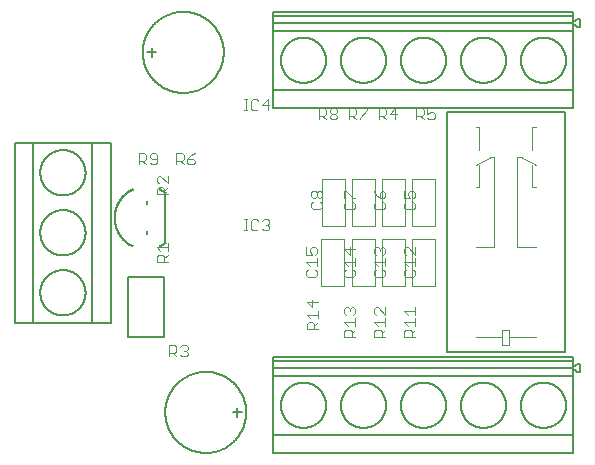
<source format=gbr>
G04 EAGLE Gerber X2 export*
%TF.Part,Single*%
%TF.FileFunction,Legend,Top,1*%
%TF.FilePolarity,Positive*%
%TF.GenerationSoftware,Autodesk,EAGLE,8.7.0*%
%TF.CreationDate,2018-05-03T09:05:19Z*%
G75*
%MOMM*%
%FSLAX34Y34*%
%LPD*%
%AMOC8*
5,1,8,0,0,1.08239X$1,22.5*%
G01*
%ADD10C,0.152400*%
%ADD11C,0.127000*%
%ADD12C,0.050800*%
%ADD13C,0.076200*%
%ADD14C,0.012700*%
%ADD15C,0.203200*%
%ADD16C,0.101600*%


D10*
X179070Y425450D02*
X186690Y425450D01*
X182880Y421640D02*
X182880Y429260D01*
X175260Y425450D02*
X175270Y426292D01*
X175301Y427133D01*
X175353Y427973D01*
X175425Y428811D01*
X175518Y429647D01*
X175631Y430481D01*
X175765Y431312D01*
X175919Y432140D01*
X176093Y432963D01*
X176288Y433782D01*
X176502Y434596D01*
X176737Y435404D01*
X176991Y436206D01*
X177264Y437002D01*
X177558Y437791D01*
X177870Y438572D01*
X178202Y439346D01*
X178552Y440111D01*
X178921Y440867D01*
X179309Y441614D01*
X179715Y442351D01*
X180138Y443079D01*
X180580Y443795D01*
X181039Y444501D01*
X181515Y445194D01*
X182008Y445877D01*
X182518Y446546D01*
X183043Y447203D01*
X183585Y447847D01*
X184143Y448478D01*
X184716Y449094D01*
X185303Y449697D01*
X185906Y450284D01*
X186522Y450857D01*
X187153Y451415D01*
X187797Y451957D01*
X188454Y452482D01*
X189123Y452992D01*
X189806Y453485D01*
X190499Y453961D01*
X191205Y454420D01*
X191921Y454862D01*
X192649Y455285D01*
X193386Y455691D01*
X194133Y456079D01*
X194889Y456448D01*
X195654Y456798D01*
X196428Y457130D01*
X197209Y457442D01*
X197998Y457736D01*
X198794Y458009D01*
X199596Y458263D01*
X200404Y458498D01*
X201218Y458712D01*
X202037Y458907D01*
X202860Y459081D01*
X203688Y459235D01*
X204519Y459369D01*
X205353Y459482D01*
X206189Y459575D01*
X207027Y459647D01*
X207867Y459699D01*
X208708Y459730D01*
X209550Y459740D01*
X210392Y459730D01*
X211233Y459699D01*
X212073Y459647D01*
X212911Y459575D01*
X213747Y459482D01*
X214581Y459369D01*
X215412Y459235D01*
X216240Y459081D01*
X217063Y458907D01*
X217882Y458712D01*
X218696Y458498D01*
X219504Y458263D01*
X220306Y458009D01*
X221102Y457736D01*
X221891Y457442D01*
X222672Y457130D01*
X223446Y456798D01*
X224211Y456448D01*
X224967Y456079D01*
X225714Y455691D01*
X226451Y455285D01*
X227179Y454862D01*
X227895Y454420D01*
X228601Y453961D01*
X229294Y453485D01*
X229977Y452992D01*
X230646Y452482D01*
X231303Y451957D01*
X231947Y451415D01*
X232578Y450857D01*
X233194Y450284D01*
X233797Y449697D01*
X234384Y449094D01*
X234957Y448478D01*
X235515Y447847D01*
X236057Y447203D01*
X236582Y446546D01*
X237092Y445877D01*
X237585Y445194D01*
X238061Y444501D01*
X238520Y443795D01*
X238962Y443079D01*
X239385Y442351D01*
X239791Y441614D01*
X240179Y440867D01*
X240548Y440111D01*
X240898Y439346D01*
X241230Y438572D01*
X241542Y437791D01*
X241836Y437002D01*
X242109Y436206D01*
X242363Y435404D01*
X242598Y434596D01*
X242812Y433782D01*
X243007Y432963D01*
X243181Y432140D01*
X243335Y431312D01*
X243469Y430481D01*
X243582Y429647D01*
X243675Y428811D01*
X243747Y427973D01*
X243799Y427133D01*
X243830Y426292D01*
X243840Y425450D01*
X243830Y424608D01*
X243799Y423767D01*
X243747Y422927D01*
X243675Y422089D01*
X243582Y421253D01*
X243469Y420419D01*
X243335Y419588D01*
X243181Y418760D01*
X243007Y417937D01*
X242812Y417118D01*
X242598Y416304D01*
X242363Y415496D01*
X242109Y414694D01*
X241836Y413898D01*
X241542Y413109D01*
X241230Y412328D01*
X240898Y411554D01*
X240548Y410789D01*
X240179Y410033D01*
X239791Y409286D01*
X239385Y408549D01*
X238962Y407821D01*
X238520Y407105D01*
X238061Y406399D01*
X237585Y405706D01*
X237092Y405023D01*
X236582Y404354D01*
X236057Y403697D01*
X235515Y403053D01*
X234957Y402422D01*
X234384Y401806D01*
X233797Y401203D01*
X233194Y400616D01*
X232578Y400043D01*
X231947Y399485D01*
X231303Y398943D01*
X230646Y398418D01*
X229977Y397908D01*
X229294Y397415D01*
X228601Y396939D01*
X227895Y396480D01*
X227179Y396038D01*
X226451Y395615D01*
X225714Y395209D01*
X224967Y394821D01*
X224211Y394452D01*
X223446Y394102D01*
X222672Y393770D01*
X221891Y393458D01*
X221102Y393164D01*
X220306Y392891D01*
X219504Y392637D01*
X218696Y392402D01*
X217882Y392188D01*
X217063Y391993D01*
X216240Y391819D01*
X215412Y391665D01*
X214581Y391531D01*
X213747Y391418D01*
X212911Y391325D01*
X212073Y391253D01*
X211233Y391201D01*
X210392Y391170D01*
X209550Y391160D01*
X208708Y391170D01*
X207867Y391201D01*
X207027Y391253D01*
X206189Y391325D01*
X205353Y391418D01*
X204519Y391531D01*
X203688Y391665D01*
X202860Y391819D01*
X202037Y391993D01*
X201218Y392188D01*
X200404Y392402D01*
X199596Y392637D01*
X198794Y392891D01*
X197998Y393164D01*
X197209Y393458D01*
X196428Y393770D01*
X195654Y394102D01*
X194889Y394452D01*
X194133Y394821D01*
X193386Y395209D01*
X192649Y395615D01*
X191921Y396038D01*
X191205Y396480D01*
X190499Y396939D01*
X189806Y397415D01*
X189123Y397908D01*
X188454Y398418D01*
X187797Y398943D01*
X187153Y399485D01*
X186522Y400043D01*
X185906Y400616D01*
X185303Y401203D01*
X184716Y401806D01*
X184143Y402422D01*
X183585Y403053D01*
X183043Y403697D01*
X182518Y404354D01*
X182008Y405023D01*
X181515Y405706D01*
X181039Y406399D01*
X180580Y407105D01*
X180138Y407821D01*
X179715Y408549D01*
X179309Y409286D01*
X178921Y410033D01*
X178552Y410789D01*
X178202Y411554D01*
X177870Y412328D01*
X177558Y413109D01*
X177264Y413898D01*
X176991Y414694D01*
X176737Y415496D01*
X176502Y416304D01*
X176288Y417118D01*
X176093Y417937D01*
X175919Y418760D01*
X175765Y419588D01*
X175631Y420419D01*
X175518Y421253D01*
X175425Y422089D01*
X175353Y422927D01*
X175301Y423767D01*
X175270Y424608D01*
X175260Y425450D01*
D11*
X162560Y234950D02*
X162560Y184150D01*
X162560Y234950D02*
X193040Y234950D01*
X193040Y184150D01*
X162560Y184150D01*
D10*
X251460Y120650D02*
X259080Y120650D01*
X255270Y124460D02*
X255270Y116840D01*
X194310Y120650D02*
X194320Y121492D01*
X194351Y122333D01*
X194403Y123173D01*
X194475Y124011D01*
X194568Y124847D01*
X194681Y125681D01*
X194815Y126512D01*
X194969Y127340D01*
X195143Y128163D01*
X195338Y128982D01*
X195552Y129796D01*
X195787Y130604D01*
X196041Y131406D01*
X196314Y132202D01*
X196608Y132991D01*
X196920Y133772D01*
X197252Y134546D01*
X197602Y135311D01*
X197971Y136067D01*
X198359Y136814D01*
X198765Y137551D01*
X199188Y138279D01*
X199630Y138995D01*
X200089Y139701D01*
X200565Y140394D01*
X201058Y141077D01*
X201568Y141746D01*
X202093Y142403D01*
X202635Y143047D01*
X203193Y143678D01*
X203766Y144294D01*
X204353Y144897D01*
X204956Y145484D01*
X205572Y146057D01*
X206203Y146615D01*
X206847Y147157D01*
X207504Y147682D01*
X208173Y148192D01*
X208856Y148685D01*
X209549Y149161D01*
X210255Y149620D01*
X210971Y150062D01*
X211699Y150485D01*
X212436Y150891D01*
X213183Y151279D01*
X213939Y151648D01*
X214704Y151998D01*
X215478Y152330D01*
X216259Y152642D01*
X217048Y152936D01*
X217844Y153209D01*
X218646Y153463D01*
X219454Y153698D01*
X220268Y153912D01*
X221087Y154107D01*
X221910Y154281D01*
X222738Y154435D01*
X223569Y154569D01*
X224403Y154682D01*
X225239Y154775D01*
X226077Y154847D01*
X226917Y154899D01*
X227758Y154930D01*
X228600Y154940D01*
X229442Y154930D01*
X230283Y154899D01*
X231123Y154847D01*
X231961Y154775D01*
X232797Y154682D01*
X233631Y154569D01*
X234462Y154435D01*
X235290Y154281D01*
X236113Y154107D01*
X236932Y153912D01*
X237746Y153698D01*
X238554Y153463D01*
X239356Y153209D01*
X240152Y152936D01*
X240941Y152642D01*
X241722Y152330D01*
X242496Y151998D01*
X243261Y151648D01*
X244017Y151279D01*
X244764Y150891D01*
X245501Y150485D01*
X246229Y150062D01*
X246945Y149620D01*
X247651Y149161D01*
X248344Y148685D01*
X249027Y148192D01*
X249696Y147682D01*
X250353Y147157D01*
X250997Y146615D01*
X251628Y146057D01*
X252244Y145484D01*
X252847Y144897D01*
X253434Y144294D01*
X254007Y143678D01*
X254565Y143047D01*
X255107Y142403D01*
X255632Y141746D01*
X256142Y141077D01*
X256635Y140394D01*
X257111Y139701D01*
X257570Y138995D01*
X258012Y138279D01*
X258435Y137551D01*
X258841Y136814D01*
X259229Y136067D01*
X259598Y135311D01*
X259948Y134546D01*
X260280Y133772D01*
X260592Y132991D01*
X260886Y132202D01*
X261159Y131406D01*
X261413Y130604D01*
X261648Y129796D01*
X261862Y128982D01*
X262057Y128163D01*
X262231Y127340D01*
X262385Y126512D01*
X262519Y125681D01*
X262632Y124847D01*
X262725Y124011D01*
X262797Y123173D01*
X262849Y122333D01*
X262880Y121492D01*
X262890Y120650D01*
X262880Y119808D01*
X262849Y118967D01*
X262797Y118127D01*
X262725Y117289D01*
X262632Y116453D01*
X262519Y115619D01*
X262385Y114788D01*
X262231Y113960D01*
X262057Y113137D01*
X261862Y112318D01*
X261648Y111504D01*
X261413Y110696D01*
X261159Y109894D01*
X260886Y109098D01*
X260592Y108309D01*
X260280Y107528D01*
X259948Y106754D01*
X259598Y105989D01*
X259229Y105233D01*
X258841Y104486D01*
X258435Y103749D01*
X258012Y103021D01*
X257570Y102305D01*
X257111Y101599D01*
X256635Y100906D01*
X256142Y100223D01*
X255632Y99554D01*
X255107Y98897D01*
X254565Y98253D01*
X254007Y97622D01*
X253434Y97006D01*
X252847Y96403D01*
X252244Y95816D01*
X251628Y95243D01*
X250997Y94685D01*
X250353Y94143D01*
X249696Y93618D01*
X249027Y93108D01*
X248344Y92615D01*
X247651Y92139D01*
X246945Y91680D01*
X246229Y91238D01*
X245501Y90815D01*
X244764Y90409D01*
X244017Y90021D01*
X243261Y89652D01*
X242496Y89302D01*
X241722Y88970D01*
X240941Y88658D01*
X240152Y88364D01*
X239356Y88091D01*
X238554Y87837D01*
X237746Y87602D01*
X236932Y87388D01*
X236113Y87193D01*
X235290Y87019D01*
X234462Y86865D01*
X233631Y86731D01*
X232797Y86618D01*
X231961Y86525D01*
X231123Y86453D01*
X230283Y86401D01*
X229442Y86370D01*
X228600Y86360D01*
X227758Y86370D01*
X226917Y86401D01*
X226077Y86453D01*
X225239Y86525D01*
X224403Y86618D01*
X223569Y86731D01*
X222738Y86865D01*
X221910Y87019D01*
X221087Y87193D01*
X220268Y87388D01*
X219454Y87602D01*
X218646Y87837D01*
X217844Y88091D01*
X217048Y88364D01*
X216259Y88658D01*
X215478Y88970D01*
X214704Y89302D01*
X213939Y89652D01*
X213183Y90021D01*
X212436Y90409D01*
X211699Y90815D01*
X210971Y91238D01*
X210255Y91680D01*
X209549Y92139D01*
X208856Y92615D01*
X208173Y93108D01*
X207504Y93618D01*
X206847Y94143D01*
X206203Y94685D01*
X205572Y95243D01*
X204956Y95816D01*
X204353Y96403D01*
X203766Y97006D01*
X203193Y97622D01*
X202635Y98253D01*
X202093Y98897D01*
X201568Y99554D01*
X201058Y100223D01*
X200565Y100906D01*
X200089Y101599D01*
X199630Y102305D01*
X199188Y103021D01*
X198765Y103749D01*
X198359Y104486D01*
X197971Y105233D01*
X197602Y105989D01*
X197252Y106754D01*
X196920Y107528D01*
X196608Y108309D01*
X196314Y109098D01*
X196041Y109894D01*
X195787Y110696D01*
X195552Y111504D01*
X195338Y112318D01*
X195143Y113137D01*
X194969Y113960D01*
X194815Y114788D01*
X194681Y115619D01*
X194568Y116453D01*
X194475Y117289D01*
X194403Y118127D01*
X194351Y118967D01*
X194320Y119808D01*
X194310Y120650D01*
D12*
X422580Y278720D02*
X422580Y318180D01*
X402920Y318180D02*
X402920Y278720D01*
X402920Y318180D02*
X422580Y318180D01*
X422580Y278720D02*
X402920Y278720D01*
D13*
X396613Y297184D02*
X398181Y298752D01*
X396613Y297184D02*
X396613Y294049D01*
X398181Y292481D01*
X404451Y292481D01*
X406019Y294049D01*
X406019Y297184D01*
X404451Y298752D01*
X396613Y301836D02*
X396613Y308107D01*
X396613Y301836D02*
X401316Y301836D01*
X399748Y304972D01*
X399748Y306539D01*
X401316Y308107D01*
X404451Y308107D01*
X406019Y306539D01*
X406019Y303404D01*
X404451Y301836D01*
D12*
X397180Y318180D02*
X397180Y278720D01*
X377520Y278720D02*
X377520Y318180D01*
X397180Y318180D01*
X397180Y278720D02*
X377520Y278720D01*
D13*
X371213Y297184D02*
X372781Y298752D01*
X371213Y297184D02*
X371213Y294049D01*
X372781Y292481D01*
X379051Y292481D01*
X380619Y294049D01*
X380619Y297184D01*
X379051Y298752D01*
X372781Y304972D02*
X371213Y308107D01*
X372781Y304972D02*
X375916Y301836D01*
X379051Y301836D01*
X380619Y303404D01*
X380619Y306539D01*
X379051Y308107D01*
X377484Y308107D01*
X375916Y306539D01*
X375916Y301836D01*
D12*
X371780Y318180D02*
X371780Y278720D01*
X352120Y278720D02*
X352120Y318180D01*
X371780Y318180D01*
X371780Y278720D02*
X352120Y278720D01*
D13*
X345813Y297184D02*
X347381Y298752D01*
X345813Y297184D02*
X345813Y294049D01*
X347381Y292481D01*
X353651Y292481D01*
X355219Y294049D01*
X355219Y297184D01*
X353651Y298752D01*
X345813Y301836D02*
X345813Y308107D01*
X347381Y308107D01*
X353651Y301836D01*
X355219Y301836D01*
D12*
X346380Y318180D02*
X346380Y278720D01*
X326720Y278720D02*
X326720Y318180D01*
X346380Y318180D01*
X346380Y278720D02*
X326720Y278720D01*
D13*
X317873Y297524D02*
X319441Y299091D01*
X317873Y297524D02*
X317873Y294388D01*
X319441Y292821D01*
X325711Y292821D01*
X327279Y294388D01*
X327279Y297524D01*
X325711Y299091D01*
X319441Y302176D02*
X317873Y303743D01*
X317873Y306879D01*
X319441Y308447D01*
X321008Y308447D01*
X322576Y306879D01*
X324144Y308447D01*
X325711Y308447D01*
X327279Y306879D01*
X327279Y303743D01*
X325711Y302176D01*
X324144Y302176D01*
X322576Y303743D01*
X321008Y302176D01*
X319441Y302176D01*
X322576Y303743D02*
X322576Y306879D01*
X263866Y274701D02*
X260731Y274701D01*
X262299Y274701D02*
X262299Y284107D01*
X263866Y284107D02*
X260731Y284107D01*
X271671Y284107D02*
X273238Y282539D01*
X271671Y284107D02*
X268535Y284107D01*
X266968Y282539D01*
X266968Y276269D01*
X268535Y274701D01*
X271671Y274701D01*
X273238Y276269D01*
X276323Y282539D02*
X277891Y284107D01*
X281026Y284107D01*
X282594Y282539D01*
X282594Y280972D01*
X281026Y279404D01*
X279458Y279404D01*
X281026Y279404D02*
X282594Y277836D01*
X282594Y276269D01*
X281026Y274701D01*
X277891Y274701D01*
X276323Y276269D01*
X196469Y248031D02*
X187063Y248031D01*
X187063Y252734D01*
X188631Y254302D01*
X191766Y254302D01*
X193334Y252734D01*
X193334Y248031D01*
X193334Y251166D02*
X196469Y254302D01*
X190198Y257386D02*
X187063Y260522D01*
X196469Y260522D01*
X196469Y263657D02*
X196469Y257386D01*
X196469Y305181D02*
X187063Y305181D01*
X187063Y309884D01*
X188631Y311452D01*
X191766Y311452D01*
X193334Y309884D01*
X193334Y305181D01*
X193334Y308316D02*
X196469Y311452D01*
X196469Y314536D02*
X196469Y320807D01*
X196469Y314536D02*
X190198Y320807D01*
X188631Y320807D01*
X187063Y319239D01*
X187063Y316104D01*
X188631Y314536D01*
X197571Y177427D02*
X197571Y168021D01*
X197571Y177427D02*
X202274Y177427D01*
X203841Y175859D01*
X203841Y172724D01*
X202274Y171156D01*
X197571Y171156D01*
X200706Y171156D02*
X203841Y168021D01*
X206926Y175859D02*
X208493Y177427D01*
X211629Y177427D01*
X213197Y175859D01*
X213197Y174292D01*
X211629Y172724D01*
X210061Y172724D01*
X211629Y172724D02*
X213197Y171156D01*
X213197Y169589D01*
X211629Y168021D01*
X208493Y168021D01*
X206926Y169589D01*
X375031Y368681D02*
X375031Y378087D01*
X379734Y378087D01*
X381302Y376519D01*
X381302Y373384D01*
X379734Y371816D01*
X375031Y371816D01*
X378166Y371816D02*
X381302Y368681D01*
X389089Y368681D02*
X389089Y378087D01*
X384386Y373384D01*
X390657Y373384D01*
X406781Y368681D02*
X406781Y378087D01*
X411484Y378087D01*
X413052Y376519D01*
X413052Y373384D01*
X411484Y371816D01*
X406781Y371816D01*
X409916Y371816D02*
X413052Y368681D01*
X416136Y378087D02*
X422407Y378087D01*
X416136Y378087D02*
X416136Y373384D01*
X419272Y374952D01*
X420839Y374952D01*
X422407Y373384D01*
X422407Y370249D01*
X420839Y368681D01*
X417704Y368681D01*
X416136Y370249D01*
X203581Y339987D02*
X203581Y330581D01*
X203581Y339987D02*
X208284Y339987D01*
X209852Y338419D01*
X209852Y335284D01*
X208284Y333716D01*
X203581Y333716D01*
X206716Y333716D02*
X209852Y330581D01*
X216072Y338419D02*
X219207Y339987D01*
X216072Y338419D02*
X212936Y335284D01*
X212936Y332149D01*
X214504Y330581D01*
X217639Y330581D01*
X219207Y332149D01*
X219207Y333716D01*
X217639Y335284D01*
X212936Y335284D01*
X349631Y368681D02*
X349631Y378087D01*
X354334Y378087D01*
X355902Y376519D01*
X355902Y373384D01*
X354334Y371816D01*
X349631Y371816D01*
X352766Y371816D02*
X355902Y368681D01*
X358986Y378087D02*
X365257Y378087D01*
X365257Y376519D01*
X358986Y370249D01*
X358986Y368681D01*
X324231Y368681D02*
X324231Y378087D01*
X328934Y378087D01*
X330502Y376519D01*
X330502Y373384D01*
X328934Y371816D01*
X324231Y371816D01*
X327366Y371816D02*
X330502Y368681D01*
X333586Y376519D02*
X335154Y378087D01*
X338289Y378087D01*
X339857Y376519D01*
X339857Y374952D01*
X338289Y373384D01*
X339857Y371816D01*
X339857Y370249D01*
X338289Y368681D01*
X335154Y368681D01*
X333586Y370249D01*
X333586Y371816D01*
X335154Y373384D01*
X333586Y374952D01*
X333586Y376519D01*
X335154Y373384D02*
X338289Y373384D01*
X171831Y339987D02*
X171831Y330581D01*
X171831Y339987D02*
X176534Y339987D01*
X178102Y338419D01*
X178102Y335284D01*
X176534Y333716D01*
X171831Y333716D01*
X174966Y333716D02*
X178102Y330581D01*
X181186Y332149D02*
X182754Y330581D01*
X185889Y330581D01*
X187457Y332149D01*
X187457Y338419D01*
X185889Y339987D01*
X182754Y339987D01*
X181186Y338419D01*
X181186Y336852D01*
X182754Y335284D01*
X187457Y335284D01*
D11*
X194310Y306695D02*
X194310Y264805D01*
D14*
X166140Y310370D02*
X166627Y309336D01*
X166052Y309055D01*
X165483Y308760D01*
X164923Y308451D01*
X164370Y308128D01*
X163825Y307792D01*
X163289Y307443D01*
X162761Y307080D01*
X162242Y306705D01*
X161733Y306317D01*
X161233Y305917D01*
X160744Y305504D01*
X160264Y305080D01*
X159795Y304644D01*
X159337Y304197D01*
X158890Y303738D01*
X158455Y303269D01*
X158031Y302789D01*
X157619Y302299D01*
X157219Y301800D01*
X156832Y301290D01*
X156457Y300771D01*
X156095Y300243D01*
X155746Y299706D01*
X155410Y299161D01*
X155088Y298608D01*
X154779Y298047D01*
X154485Y297478D01*
X154204Y296903D01*
X153938Y296321D01*
X153686Y295732D01*
X153448Y295138D01*
X153225Y294538D01*
X153017Y293932D01*
X152824Y293322D01*
X152645Y292707D01*
X152482Y292088D01*
X152334Y291465D01*
X152202Y290839D01*
X152085Y290210D01*
X151983Y289577D01*
X151897Y288943D01*
X151827Y288307D01*
X151772Y287669D01*
X151732Y287030D01*
X151709Y286390D01*
X151701Y285750D01*
X151709Y285110D01*
X151732Y284470D01*
X151772Y283831D01*
X151827Y283193D01*
X151897Y282557D01*
X151983Y281923D01*
X152085Y281290D01*
X152202Y280661D01*
X152334Y280035D01*
X152482Y279412D01*
X152645Y278793D01*
X152824Y278178D01*
X153017Y277568D01*
X153225Y276962D01*
X153448Y276362D01*
X153686Y275768D01*
X153938Y275179D01*
X154204Y274597D01*
X154485Y274022D01*
X154779Y273453D01*
X155088Y272892D01*
X155410Y272339D01*
X155746Y271794D01*
X156095Y271257D01*
X156457Y270729D01*
X156832Y270210D01*
X157219Y269700D01*
X157619Y269201D01*
X158031Y268711D01*
X158455Y268231D01*
X158890Y267762D01*
X159337Y267303D01*
X159795Y266856D01*
X160264Y266420D01*
X160744Y265996D01*
X161233Y265583D01*
X161733Y265183D01*
X162242Y264795D01*
X162761Y264420D01*
X163289Y264057D01*
X163825Y263708D01*
X164370Y263372D01*
X164923Y263049D01*
X165483Y262740D01*
X166052Y262445D01*
X166627Y262164D01*
X166140Y261130D01*
X166140Y261129D01*
X165539Y261423D01*
X164946Y261731D01*
X164361Y262054D01*
X163784Y262390D01*
X163215Y262741D01*
X162655Y263106D01*
X162104Y263484D01*
X161563Y263876D01*
X161031Y264281D01*
X160509Y264699D01*
X159998Y265129D01*
X159498Y265572D01*
X159008Y266027D01*
X158530Y266494D01*
X158064Y266972D01*
X157609Y267462D01*
X157166Y267963D01*
X156736Y268474D01*
X156319Y268996D01*
X155914Y269528D01*
X155523Y270070D01*
X155145Y270621D01*
X154781Y271181D01*
X154430Y271751D01*
X154094Y272328D01*
X153772Y272914D01*
X153464Y273507D01*
X153171Y274107D01*
X152893Y274715D01*
X152630Y275329D01*
X152382Y275950D01*
X152149Y276576D01*
X151932Y277208D01*
X151730Y277846D01*
X151544Y278487D01*
X151374Y279134D01*
X151219Y279784D01*
X151081Y280438D01*
X150959Y281095D01*
X150853Y281755D01*
X150763Y282417D01*
X150689Y283081D01*
X150632Y283747D01*
X150591Y284414D01*
X150566Y285082D01*
X150558Y285750D01*
X150566Y286418D01*
X150591Y287086D01*
X150632Y287753D01*
X150689Y288419D01*
X150763Y289083D01*
X150853Y289745D01*
X150959Y290405D01*
X151081Y291062D01*
X151219Y291716D01*
X151374Y292366D01*
X151544Y293013D01*
X151730Y293654D01*
X151932Y294292D01*
X152149Y294924D01*
X152382Y295550D01*
X152630Y296171D01*
X152893Y296785D01*
X153171Y297393D01*
X153464Y297993D01*
X153772Y298586D01*
X154094Y299172D01*
X154430Y299749D01*
X154781Y300319D01*
X155145Y300879D01*
X155523Y301430D01*
X155914Y301972D01*
X156319Y302504D01*
X156736Y303026D01*
X157166Y303537D01*
X157609Y304038D01*
X158064Y304528D01*
X158530Y305006D01*
X159008Y305473D01*
X159498Y305928D01*
X159998Y306371D01*
X160509Y306801D01*
X161031Y307219D01*
X161563Y307624D01*
X162104Y308016D01*
X162655Y308394D01*
X163215Y308759D01*
X163784Y309110D01*
X164361Y309446D01*
X164946Y309769D01*
X165539Y310077D01*
X166140Y310371D01*
X166191Y310262D01*
X165593Y309970D01*
X165003Y309663D01*
X164420Y309342D01*
X163845Y309007D01*
X163279Y308657D01*
X162722Y308294D01*
X162173Y307918D01*
X161634Y307528D01*
X161105Y307125D01*
X160585Y306709D01*
X160076Y306280D01*
X159578Y305839D01*
X159091Y305386D01*
X158615Y304921D01*
X158150Y304445D01*
X157698Y303957D01*
X157257Y303459D01*
X156829Y302949D01*
X156413Y302430D01*
X156011Y301900D01*
X155621Y301361D01*
X155245Y300812D01*
X154882Y300254D01*
X154533Y299688D01*
X154198Y299113D01*
X153878Y298530D01*
X153571Y297939D01*
X153280Y297341D01*
X153003Y296736D01*
X152741Y296125D01*
X152494Y295507D01*
X152262Y294883D01*
X152046Y294254D01*
X151845Y293620D01*
X151660Y292981D01*
X151490Y292337D01*
X151336Y291690D01*
X151199Y291039D01*
X151077Y290385D01*
X150971Y289728D01*
X150882Y289068D01*
X150808Y288407D01*
X150751Y287744D01*
X150711Y287080D01*
X150686Y286415D01*
X150678Y285750D01*
X150686Y285085D01*
X150711Y284420D01*
X150751Y283756D01*
X150808Y283093D01*
X150882Y282432D01*
X150971Y281772D01*
X151077Y281115D01*
X151199Y280461D01*
X151336Y279810D01*
X151490Y279163D01*
X151660Y278519D01*
X151845Y277880D01*
X152046Y277246D01*
X152262Y276617D01*
X152494Y275993D01*
X152741Y275375D01*
X153003Y274764D01*
X153280Y274159D01*
X153571Y273561D01*
X153878Y272970D01*
X154198Y272387D01*
X154533Y271812D01*
X154882Y271246D01*
X155245Y270688D01*
X155621Y270139D01*
X156011Y269600D01*
X156413Y269070D01*
X156829Y268551D01*
X157257Y268041D01*
X157698Y267543D01*
X158150Y267055D01*
X158615Y266579D01*
X159091Y266114D01*
X159578Y265661D01*
X160076Y265220D01*
X160585Y264791D01*
X161105Y264375D01*
X161634Y263972D01*
X162173Y263582D01*
X162722Y263206D01*
X163279Y262843D01*
X163845Y262493D01*
X164420Y262158D01*
X165003Y261837D01*
X165593Y261530D01*
X166191Y261238D01*
X166242Y261347D01*
X165647Y261637D01*
X165059Y261943D01*
X164479Y262263D01*
X163907Y262596D01*
X163343Y262944D01*
X162788Y263306D01*
X162242Y263681D01*
X161705Y264069D01*
X161178Y264470D01*
X160661Y264884D01*
X160155Y265311D01*
X159659Y265750D01*
X159174Y266201D01*
X158700Y266664D01*
X158237Y267138D01*
X157787Y267624D01*
X157348Y268120D01*
X156922Y268627D01*
X156508Y269144D01*
X156107Y269671D01*
X155719Y270208D01*
X155344Y270755D01*
X154983Y271310D01*
X154636Y271874D01*
X154303Y272446D01*
X153983Y273027D01*
X153678Y273615D01*
X153388Y274210D01*
X153112Y274813D01*
X152851Y275421D01*
X152606Y276036D01*
X152375Y276657D01*
X152160Y277284D01*
X151960Y277915D01*
X151775Y278552D01*
X151606Y279192D01*
X151453Y279837D01*
X151316Y280485D01*
X151195Y281136D01*
X151090Y281790D01*
X151001Y282446D01*
X150928Y283105D01*
X150871Y283765D01*
X150830Y284426D01*
X150806Y285088D01*
X150798Y285750D01*
X150806Y286412D01*
X150830Y287074D01*
X150871Y287735D01*
X150928Y288395D01*
X151001Y289054D01*
X151090Y289710D01*
X151195Y290364D01*
X151316Y291015D01*
X151453Y291663D01*
X151606Y292308D01*
X151775Y292948D01*
X151960Y293585D01*
X152160Y294216D01*
X152375Y294843D01*
X152606Y295464D01*
X152851Y296079D01*
X153112Y296687D01*
X153388Y297290D01*
X153678Y297885D01*
X153983Y298473D01*
X154303Y299054D01*
X154636Y299626D01*
X154983Y300190D01*
X155344Y300745D01*
X155719Y301292D01*
X156107Y301829D01*
X156508Y302356D01*
X156922Y302873D01*
X157348Y303380D01*
X157787Y303876D01*
X158237Y304362D01*
X158700Y304836D01*
X159174Y305299D01*
X159659Y305750D01*
X160155Y306189D01*
X160661Y306616D01*
X161178Y307030D01*
X161705Y307431D01*
X162242Y307819D01*
X162788Y308194D01*
X163343Y308556D01*
X163907Y308904D01*
X164479Y309237D01*
X165059Y309557D01*
X165647Y309863D01*
X166242Y310153D01*
X166293Y310045D01*
X165701Y309755D01*
X165116Y309451D01*
X164538Y309133D01*
X163968Y308801D01*
X163407Y308454D01*
X162855Y308094D01*
X162311Y307721D01*
X161777Y307335D01*
X161252Y306935D01*
X160737Y306523D01*
X160233Y306098D01*
X159739Y305661D01*
X159256Y305212D01*
X158784Y304751D01*
X158324Y304279D01*
X157875Y303796D01*
X157439Y303302D01*
X157014Y302797D01*
X156602Y302282D01*
X156203Y301757D01*
X155817Y301222D01*
X155444Y300678D01*
X155085Y300126D01*
X154739Y299564D01*
X154407Y298994D01*
X154089Y298416D01*
X153786Y297831D01*
X153497Y297238D01*
X153222Y296639D01*
X152962Y296033D01*
X152718Y295420D01*
X152488Y294802D01*
X152273Y294178D01*
X152074Y293550D01*
X151891Y292916D01*
X151723Y292279D01*
X151571Y291637D01*
X151434Y290992D01*
X151313Y290344D01*
X151209Y289693D01*
X151120Y289039D01*
X151047Y288384D01*
X150991Y287727D01*
X150950Y287068D01*
X150926Y286409D01*
X150918Y285750D01*
X150926Y285091D01*
X150950Y284432D01*
X150991Y283773D01*
X151047Y283116D01*
X151120Y282461D01*
X151209Y281807D01*
X151313Y281156D01*
X151434Y280508D01*
X151571Y279863D01*
X151723Y279221D01*
X151891Y278584D01*
X152074Y277950D01*
X152273Y277322D01*
X152488Y276698D01*
X152718Y276080D01*
X152962Y275467D01*
X153222Y274861D01*
X153497Y274262D01*
X153786Y273669D01*
X154089Y273084D01*
X154407Y272506D01*
X154739Y271936D01*
X155085Y271374D01*
X155444Y270822D01*
X155817Y270278D01*
X156203Y269743D01*
X156602Y269218D01*
X157014Y268703D01*
X157439Y268198D01*
X157875Y267704D01*
X158324Y267221D01*
X158784Y266749D01*
X159256Y266288D01*
X159739Y265839D01*
X160233Y265402D01*
X160737Y264977D01*
X161252Y264565D01*
X161777Y264165D01*
X162311Y263779D01*
X162855Y263406D01*
X163407Y263046D01*
X163968Y262699D01*
X164538Y262367D01*
X165116Y262049D01*
X165701Y261745D01*
X166293Y261455D01*
X166344Y261564D01*
X165755Y261852D01*
X165172Y262155D01*
X164597Y262472D01*
X164030Y262802D01*
X163471Y263147D01*
X162921Y263505D01*
X162380Y263877D01*
X161848Y264262D01*
X161326Y264660D01*
X160813Y265070D01*
X160311Y265493D01*
X159820Y265928D01*
X159339Y266375D01*
X158869Y266834D01*
X158411Y267304D01*
X157964Y267785D01*
X157529Y268277D01*
X157107Y268779D01*
X156697Y269292D01*
X156300Y269815D01*
X155915Y270347D01*
X155544Y270888D01*
X155186Y271439D01*
X154842Y271998D01*
X154511Y272565D01*
X154195Y273140D01*
X153893Y273723D01*
X153605Y274313D01*
X153332Y274910D01*
X153073Y275513D01*
X152830Y276123D01*
X152601Y276738D01*
X152387Y277359D01*
X152189Y277985D01*
X152006Y278616D01*
X151839Y279250D01*
X151688Y279889D01*
X151552Y280532D01*
X151432Y281177D01*
X151327Y281825D01*
X151239Y282476D01*
X151167Y283128D01*
X151110Y283782D01*
X151070Y284437D01*
X151046Y285094D01*
X151038Y285750D01*
X151046Y286406D01*
X151070Y287063D01*
X151110Y287718D01*
X151167Y288372D01*
X151239Y289024D01*
X151327Y289675D01*
X151432Y290323D01*
X151552Y290968D01*
X151688Y291611D01*
X151839Y292250D01*
X152006Y292884D01*
X152189Y293515D01*
X152387Y294141D01*
X152601Y294762D01*
X152830Y295377D01*
X153073Y295987D01*
X153332Y296590D01*
X153605Y297187D01*
X153893Y297777D01*
X154195Y298360D01*
X154511Y298935D01*
X154842Y299502D01*
X155186Y300061D01*
X155544Y300612D01*
X155915Y301153D01*
X156300Y301685D01*
X156697Y302208D01*
X157107Y302721D01*
X157529Y303223D01*
X157964Y303715D01*
X158411Y304196D01*
X158869Y304666D01*
X159339Y305125D01*
X159820Y305572D01*
X160311Y306007D01*
X160813Y306430D01*
X161326Y306840D01*
X161848Y307238D01*
X162380Y307623D01*
X162921Y307995D01*
X163471Y308353D01*
X164030Y308698D01*
X164597Y309028D01*
X165172Y309345D01*
X165755Y309648D01*
X166344Y309936D01*
X166395Y309828D01*
X165808Y309541D01*
X165228Y309239D01*
X164656Y308924D01*
X164091Y308595D01*
X163535Y308251D01*
X162988Y307895D01*
X162449Y307525D01*
X161919Y307142D01*
X161399Y306746D01*
X160889Y306337D01*
X160389Y305916D01*
X159900Y305483D01*
X159421Y305038D01*
X158954Y304581D01*
X158498Y304113D01*
X158053Y303634D01*
X157620Y303145D01*
X157200Y302644D01*
X156791Y302134D01*
X156396Y301614D01*
X156013Y301084D01*
X155644Y300545D01*
X155287Y299997D01*
X154945Y299441D01*
X154616Y298876D01*
X154301Y298303D01*
X154000Y297723D01*
X153713Y297136D01*
X153441Y296541D01*
X153184Y295941D01*
X152941Y295334D01*
X152714Y294721D01*
X152501Y294103D01*
X152304Y293480D01*
X152122Y292852D01*
X151956Y292220D01*
X151805Y291584D01*
X151669Y290945D01*
X151550Y290303D01*
X151446Y289657D01*
X151358Y289010D01*
X151286Y288360D01*
X151230Y287709D01*
X151190Y287057D01*
X151166Y286404D01*
X151158Y285750D01*
X151166Y285096D01*
X151190Y284443D01*
X151230Y283791D01*
X151286Y283140D01*
X151358Y282490D01*
X151446Y281843D01*
X151550Y281197D01*
X151669Y280555D01*
X151805Y279916D01*
X151956Y279280D01*
X152122Y278648D01*
X152304Y278020D01*
X152501Y277397D01*
X152714Y276779D01*
X152941Y276166D01*
X153184Y275559D01*
X153441Y274959D01*
X153713Y274364D01*
X154000Y273777D01*
X154301Y273197D01*
X154616Y272624D01*
X154945Y272059D01*
X155287Y271503D01*
X155644Y270955D01*
X156013Y270416D01*
X156396Y269886D01*
X156791Y269366D01*
X157200Y268856D01*
X157620Y268355D01*
X158053Y267866D01*
X158498Y267387D01*
X158954Y266919D01*
X159421Y266462D01*
X159900Y266017D01*
X160389Y265584D01*
X160889Y265163D01*
X161399Y264754D01*
X161919Y264358D01*
X162449Y263975D01*
X162988Y263605D01*
X163535Y263249D01*
X164091Y262905D01*
X164656Y262576D01*
X165228Y262261D01*
X165808Y261959D01*
X166395Y261672D01*
X166447Y261781D01*
X165862Y262067D01*
X165285Y262367D01*
X164715Y262681D01*
X164153Y263008D01*
X163599Y263350D01*
X163054Y263705D01*
X162518Y264073D01*
X161991Y264455D01*
X161473Y264849D01*
X160965Y265256D01*
X160468Y265675D01*
X159981Y266106D01*
X159504Y266549D01*
X159039Y267004D01*
X158584Y267469D01*
X158142Y267946D01*
X157711Y268434D01*
X157292Y268932D01*
X156886Y269440D01*
X156492Y269958D01*
X156111Y270485D01*
X155743Y271022D01*
X155389Y271567D01*
X155048Y272121D01*
X154720Y272683D01*
X154407Y273253D01*
X154107Y273831D01*
X153822Y274416D01*
X153551Y275007D01*
X153295Y275605D01*
X153053Y276210D01*
X152827Y276819D01*
X152615Y277435D01*
X152419Y278055D01*
X152238Y278680D01*
X152072Y279309D01*
X151922Y279942D01*
X151787Y280578D01*
X151668Y281218D01*
X151565Y281860D01*
X151477Y282505D01*
X151406Y283152D01*
X151350Y283800D01*
X151310Y284449D01*
X151286Y285099D01*
X151278Y285750D01*
X151286Y286401D01*
X151310Y287051D01*
X151350Y287700D01*
X151406Y288348D01*
X151477Y288995D01*
X151565Y289640D01*
X151668Y290282D01*
X151787Y290922D01*
X151922Y291558D01*
X152072Y292191D01*
X152238Y292820D01*
X152419Y293445D01*
X152615Y294065D01*
X152827Y294681D01*
X153053Y295290D01*
X153295Y295895D01*
X153551Y296493D01*
X153822Y297084D01*
X154107Y297669D01*
X154407Y298247D01*
X154720Y298817D01*
X155048Y299379D01*
X155389Y299933D01*
X155743Y300478D01*
X156111Y301015D01*
X156492Y301542D01*
X156886Y302060D01*
X157292Y302568D01*
X157711Y303066D01*
X158142Y303554D01*
X158584Y304031D01*
X159039Y304496D01*
X159504Y304951D01*
X159981Y305394D01*
X160468Y305825D01*
X160965Y306244D01*
X161473Y306651D01*
X161991Y307045D01*
X162518Y307427D01*
X163054Y307795D01*
X163599Y308150D01*
X164153Y308492D01*
X164715Y308819D01*
X165285Y309133D01*
X165862Y309433D01*
X166447Y309719D01*
X166498Y309610D01*
X165916Y309326D01*
X165341Y309027D01*
X164774Y308715D01*
X164215Y308388D01*
X163663Y308048D01*
X163121Y307695D01*
X162587Y307328D01*
X162062Y306949D01*
X161547Y306556D01*
X161041Y306151D01*
X160546Y305734D01*
X160061Y305305D01*
X159587Y304864D01*
X159123Y304411D01*
X158671Y303948D01*
X158231Y303473D01*
X157802Y302988D01*
X157385Y302492D01*
X156980Y301986D01*
X156588Y301471D01*
X156209Y300946D01*
X155843Y300411D01*
X155490Y299868D01*
X155150Y299317D01*
X154824Y298757D01*
X154512Y298190D01*
X154214Y297615D01*
X153930Y297033D01*
X153661Y296444D01*
X153406Y295849D01*
X153165Y295247D01*
X152940Y294640D01*
X152729Y294028D01*
X152534Y293410D01*
X152353Y292788D01*
X152188Y292162D01*
X152039Y291532D01*
X151905Y290898D01*
X151786Y290261D01*
X151683Y289622D01*
X151596Y288980D01*
X151525Y288337D01*
X151469Y287691D01*
X151430Y287045D01*
X151406Y286398D01*
X151398Y285750D01*
X151406Y285102D01*
X151430Y284455D01*
X151469Y283809D01*
X151525Y283163D01*
X151596Y282520D01*
X151683Y281878D01*
X151786Y281239D01*
X151905Y280602D01*
X152039Y279968D01*
X152188Y279338D01*
X152353Y278712D01*
X152534Y278090D01*
X152729Y277472D01*
X152940Y276860D01*
X153165Y276253D01*
X153406Y275651D01*
X153661Y275056D01*
X153930Y274467D01*
X154214Y273885D01*
X154512Y273310D01*
X154824Y272743D01*
X155150Y272183D01*
X155490Y271632D01*
X155843Y271089D01*
X156209Y270554D01*
X156588Y270029D01*
X156980Y269514D01*
X157385Y269008D01*
X157802Y268512D01*
X158231Y268027D01*
X158671Y267552D01*
X159123Y267089D01*
X159587Y266636D01*
X160061Y266195D01*
X160546Y265766D01*
X161041Y265349D01*
X161547Y264944D01*
X162062Y264551D01*
X162587Y264172D01*
X163121Y263805D01*
X163663Y263452D01*
X164215Y263112D01*
X164774Y262785D01*
X165341Y262473D01*
X165916Y262174D01*
X166498Y261890D01*
X166549Y261998D01*
X165970Y262281D01*
X165397Y262578D01*
X164833Y262890D01*
X164276Y263215D01*
X163727Y263553D01*
X163187Y263905D01*
X162656Y264270D01*
X162133Y264648D01*
X161621Y265038D01*
X161117Y265442D01*
X160624Y265857D01*
X160141Y266284D01*
X159669Y266723D01*
X159208Y267174D01*
X158758Y267635D01*
X158319Y268108D01*
X157893Y268591D01*
X157478Y269084D01*
X157075Y269588D01*
X156685Y270101D01*
X156307Y270624D01*
X155943Y271155D01*
X155591Y271696D01*
X155253Y272245D01*
X154929Y272802D01*
X154618Y273367D01*
X154321Y273939D01*
X154039Y274519D01*
X153770Y275105D01*
X153517Y275697D01*
X153277Y276296D01*
X153053Y276900D01*
X152843Y277510D01*
X152649Y278125D01*
X152469Y278744D01*
X152305Y279367D01*
X152156Y279995D01*
X152022Y280625D01*
X151905Y281259D01*
X151802Y281896D01*
X151715Y282534D01*
X151644Y283175D01*
X151589Y283818D01*
X151550Y284461D01*
X151526Y285105D01*
X151518Y285750D01*
X151526Y286395D01*
X151550Y287039D01*
X151589Y287682D01*
X151644Y288325D01*
X151715Y288966D01*
X151802Y289604D01*
X151905Y290241D01*
X152022Y290875D01*
X152156Y291505D01*
X152305Y292133D01*
X152469Y292756D01*
X152649Y293375D01*
X152843Y293990D01*
X153053Y294600D01*
X153277Y295204D01*
X153517Y295803D01*
X153770Y296395D01*
X154039Y296981D01*
X154321Y297561D01*
X154618Y298133D01*
X154929Y298698D01*
X155253Y299255D01*
X155591Y299804D01*
X155943Y300345D01*
X156307Y300876D01*
X156685Y301399D01*
X157075Y301912D01*
X157478Y302416D01*
X157893Y302909D01*
X158319Y303392D01*
X158758Y303865D01*
X159208Y304326D01*
X159669Y304777D01*
X160141Y305216D01*
X160624Y305643D01*
X161117Y306058D01*
X161621Y306462D01*
X162133Y306852D01*
X162656Y307230D01*
X163187Y307595D01*
X163727Y307947D01*
X164276Y308285D01*
X164833Y308610D01*
X165397Y308922D01*
X165970Y309219D01*
X166549Y309502D01*
X166600Y309393D01*
X166023Y309112D01*
X165454Y308816D01*
X164892Y308506D01*
X164338Y308182D01*
X163791Y307845D01*
X163254Y307495D01*
X162725Y307132D01*
X162205Y306756D01*
X161694Y306367D01*
X161193Y305966D01*
X160703Y305552D01*
X160222Y305127D01*
X159752Y304690D01*
X159293Y304241D01*
X158845Y303782D01*
X158408Y303312D01*
X157983Y302831D01*
X157570Y302339D01*
X157170Y301838D01*
X156781Y301327D01*
X156405Y300807D01*
X156042Y300278D01*
X155693Y299740D01*
X155356Y299193D01*
X155033Y298639D01*
X154724Y298077D01*
X154429Y297507D01*
X154147Y296930D01*
X153880Y296347D01*
X153627Y295757D01*
X153389Y295161D01*
X153166Y294559D01*
X152957Y293952D01*
X152763Y293340D01*
X152585Y292724D01*
X152421Y292103D01*
X152273Y291479D01*
X152140Y290851D01*
X152023Y290220D01*
X151921Y289587D01*
X151835Y288951D01*
X151764Y288313D01*
X151709Y287674D01*
X151669Y287033D01*
X151646Y286392D01*
X151638Y285750D01*
X151646Y285108D01*
X151669Y284467D01*
X151709Y283826D01*
X151764Y283187D01*
X151835Y282549D01*
X151921Y281913D01*
X152023Y281280D01*
X152140Y280649D01*
X152273Y280021D01*
X152421Y279397D01*
X152585Y278776D01*
X152763Y278160D01*
X152957Y277548D01*
X153166Y276941D01*
X153389Y276339D01*
X153627Y275743D01*
X153880Y275153D01*
X154147Y274570D01*
X154429Y273993D01*
X154724Y273423D01*
X155033Y272861D01*
X155356Y272307D01*
X155693Y271760D01*
X156042Y271222D01*
X156405Y270693D01*
X156781Y270173D01*
X157170Y269662D01*
X157570Y269161D01*
X157983Y268669D01*
X158408Y268188D01*
X158845Y267718D01*
X159293Y267259D01*
X159752Y266810D01*
X160222Y266373D01*
X160703Y265948D01*
X161193Y265534D01*
X161694Y265133D01*
X162205Y264744D01*
X162725Y264368D01*
X163254Y264005D01*
X163791Y263655D01*
X164338Y263318D01*
X164892Y262994D01*
X165454Y262684D01*
X166023Y262388D01*
X166600Y262107D01*
X189459Y261130D02*
X188973Y262165D01*
X188973Y262164D02*
X189496Y262419D01*
X190012Y262685D01*
X190523Y262963D01*
X191027Y263252D01*
X191525Y263552D01*
X192016Y263863D01*
X192500Y264185D01*
X192976Y264518D01*
X193445Y264861D01*
X193906Y265214D01*
X194614Y264317D01*
X194132Y263947D01*
X193642Y263589D01*
X193144Y263241D01*
X192639Y262905D01*
X192126Y262580D01*
X191606Y262266D01*
X191079Y261964D01*
X190546Y261674D01*
X190006Y261396D01*
X189460Y261130D01*
X189409Y261238D01*
X189952Y261503D01*
X190490Y261780D01*
X191021Y262069D01*
X191545Y262370D01*
X192063Y262682D01*
X192573Y263005D01*
X193077Y263340D01*
X193572Y263686D01*
X194060Y264043D01*
X194540Y264411D01*
X194465Y264505D01*
X193988Y264139D01*
X193502Y263784D01*
X193009Y263439D01*
X192508Y263106D01*
X192000Y262784D01*
X191484Y262473D01*
X190962Y262174D01*
X190434Y261886D01*
X189899Y261611D01*
X189358Y261347D01*
X189307Y261456D01*
X189845Y261718D01*
X190378Y261992D01*
X190904Y262279D01*
X191424Y262576D01*
X191937Y262886D01*
X192442Y263206D01*
X192941Y263538D01*
X193432Y263881D01*
X193916Y264235D01*
X194391Y264600D01*
X194317Y264694D01*
X193844Y264331D01*
X193362Y263979D01*
X192873Y263637D01*
X192377Y263307D01*
X191873Y262988D01*
X191363Y262680D01*
X190845Y262383D01*
X190322Y262099D01*
X189792Y261825D01*
X189255Y261564D01*
X189204Y261673D01*
X189738Y261933D01*
X190266Y262205D01*
X190787Y262488D01*
X191302Y262783D01*
X191810Y263090D01*
X192312Y263408D01*
X192806Y263737D01*
X193292Y264076D01*
X193771Y264427D01*
X194243Y264788D01*
X194168Y264882D01*
X193699Y264523D01*
X193223Y264174D01*
X192738Y263836D01*
X192246Y263508D01*
X191747Y263192D01*
X191241Y262887D01*
X190729Y262593D01*
X190210Y262311D01*
X189684Y262040D01*
X189153Y261781D01*
X189102Y261890D01*
X189631Y262148D01*
X190154Y262417D01*
X190670Y262698D01*
X191180Y262990D01*
X191684Y263294D01*
X192181Y263609D01*
X192670Y263935D01*
X193153Y264271D01*
X193627Y264619D01*
X194094Y264976D01*
X194020Y265071D01*
X193555Y264715D01*
X193083Y264369D01*
X192603Y264034D01*
X192115Y263710D01*
X191621Y263396D01*
X191120Y263094D01*
X190612Y262803D01*
X190098Y262523D01*
X189577Y262255D01*
X189051Y261998D01*
X189000Y262107D01*
X189524Y262362D01*
X190042Y262629D01*
X190553Y262908D01*
X191059Y263197D01*
X191558Y263498D01*
X192050Y263810D01*
X192535Y264133D01*
X193013Y264466D01*
X193483Y264811D01*
X193945Y265165D01*
D11*
X179070Y271709D02*
X179070Y274391D01*
X179070Y297109D02*
X179070Y299791D01*
D14*
X194614Y307183D02*
X193906Y306285D01*
X193906Y306286D02*
X193424Y306655D01*
X192934Y307013D01*
X192435Y307359D01*
X191928Y307694D01*
X191414Y308016D01*
X190892Y308327D01*
X190364Y308626D01*
X189828Y308912D01*
X189286Y309185D01*
X188738Y309446D01*
X189214Y310485D01*
X189787Y310213D01*
X190353Y309927D01*
X190913Y309628D01*
X191465Y309316D01*
X192010Y308991D01*
X192548Y308654D01*
X193077Y308305D01*
X193598Y307943D01*
X194110Y307569D01*
X194614Y307183D01*
X194540Y307089D01*
X194038Y307473D01*
X193528Y307845D01*
X193010Y308205D01*
X192483Y308553D01*
X191948Y308889D01*
X191405Y309212D01*
X190855Y309523D01*
X190298Y309820D01*
X189734Y310105D01*
X189164Y310376D01*
X189114Y310267D01*
X189682Y309997D01*
X190243Y309714D01*
X190797Y309417D01*
X191345Y309108D01*
X191885Y308787D01*
X192418Y308453D01*
X192942Y308106D01*
X193458Y307747D01*
X193966Y307377D01*
X194465Y306995D01*
X194391Y306900D01*
X193894Y307281D01*
X193389Y307650D01*
X192875Y308007D01*
X192353Y308352D01*
X191822Y308684D01*
X191285Y309005D01*
X190740Y309312D01*
X190188Y309607D01*
X189629Y309889D01*
X189064Y310158D01*
X189014Y310049D01*
X189576Y309781D01*
X190133Y309500D01*
X190682Y309207D01*
X191225Y308901D01*
X191760Y308582D01*
X192288Y308251D01*
X192807Y307907D01*
X193319Y307552D01*
X193822Y307185D01*
X194317Y306806D01*
X194243Y306712D01*
X193750Y307089D01*
X193249Y307454D01*
X192740Y307808D01*
X192223Y308150D01*
X191697Y308480D01*
X191164Y308797D01*
X190624Y309102D01*
X190078Y309394D01*
X189524Y309673D01*
X188964Y309940D01*
X188914Y309831D01*
X189471Y309565D01*
X190022Y309287D01*
X190567Y308996D01*
X191104Y308693D01*
X191635Y308377D01*
X192158Y308049D01*
X192673Y307709D01*
X193180Y307357D01*
X193678Y306993D01*
X194168Y306618D01*
X194094Y306524D01*
X193606Y306897D01*
X193110Y307259D01*
X192605Y307610D01*
X192092Y307948D01*
X191572Y308275D01*
X191044Y308589D01*
X190509Y308891D01*
X189967Y309181D01*
X189419Y309458D01*
X188864Y309722D01*
X188814Y309612D01*
X189366Y309350D01*
X189912Y309074D01*
X190451Y308786D01*
X190984Y308485D01*
X191509Y308172D01*
X192027Y307847D01*
X192538Y307510D01*
X193040Y307162D01*
X193534Y306801D01*
X194020Y306429D01*
X193945Y306335D01*
X193462Y306705D01*
X192970Y307064D01*
X192470Y307411D01*
X191962Y307747D01*
X191447Y308070D01*
X190924Y308382D01*
X190394Y308681D01*
X189857Y308968D01*
X189313Y309242D01*
X188764Y309503D01*
D15*
X148450Y349039D02*
X148450Y196639D01*
X82707Y196639D02*
X82707Y349039D01*
X127505Y196639D02*
X132429Y196639D01*
X137080Y196639D02*
X139229Y196639D01*
X141220Y196639D01*
X137080Y196639D02*
X132429Y196639D01*
X87537Y196639D02*
X82707Y196639D01*
X87537Y196639D02*
X127505Y196639D01*
X132429Y196639D02*
X132429Y349039D01*
X127505Y349039D01*
X132429Y349039D02*
X139229Y349039D01*
X127505Y349039D02*
X87537Y349039D01*
X82707Y349039D01*
X67450Y349039D01*
X141220Y196639D02*
X145450Y196639D01*
X145450Y349039D02*
X139229Y349039D01*
X67450Y349039D02*
X67450Y196639D01*
X82707Y196639D01*
X145450Y196639D02*
X148450Y196639D01*
X148450Y349039D02*
X145450Y349039D01*
X88550Y222039D02*
X88556Y222509D01*
X88573Y222979D01*
X88602Y223448D01*
X88642Y223916D01*
X88694Y224383D01*
X88757Y224849D01*
X88832Y225313D01*
X88918Y225775D01*
X89015Y226235D01*
X89124Y226692D01*
X89244Y227147D01*
X89375Y227598D01*
X89517Y228046D01*
X89669Y228490D01*
X89833Y228931D01*
X90008Y229367D01*
X90193Y229799D01*
X90389Y230227D01*
X90595Y230649D01*
X90811Y231066D01*
X91038Y231478D01*
X91274Y231884D01*
X91521Y232284D01*
X91777Y232678D01*
X92043Y233066D01*
X92319Y233447D01*
X92603Y233821D01*
X92897Y234188D01*
X93199Y234547D01*
X93511Y234899D01*
X93831Y235244D01*
X94159Y235580D01*
X94495Y235908D01*
X94840Y236228D01*
X95192Y236540D01*
X95551Y236842D01*
X95918Y237136D01*
X96292Y237420D01*
X96673Y237696D01*
X97061Y237962D01*
X97455Y238218D01*
X97855Y238465D01*
X98261Y238701D01*
X98673Y238928D01*
X99090Y239144D01*
X99512Y239350D01*
X99940Y239546D01*
X100372Y239731D01*
X100808Y239906D01*
X101249Y240070D01*
X101693Y240222D01*
X102141Y240364D01*
X102592Y240495D01*
X103047Y240615D01*
X103504Y240724D01*
X103964Y240821D01*
X104426Y240907D01*
X104890Y240982D01*
X105356Y241045D01*
X105823Y241097D01*
X106291Y241137D01*
X106760Y241166D01*
X107230Y241183D01*
X107700Y241189D01*
X108170Y241183D01*
X108640Y241166D01*
X109109Y241137D01*
X109577Y241097D01*
X110044Y241045D01*
X110510Y240982D01*
X110974Y240907D01*
X111436Y240821D01*
X111896Y240724D01*
X112353Y240615D01*
X112808Y240495D01*
X113259Y240364D01*
X113707Y240222D01*
X114151Y240070D01*
X114592Y239906D01*
X115028Y239731D01*
X115460Y239546D01*
X115888Y239350D01*
X116310Y239144D01*
X116727Y238928D01*
X117139Y238701D01*
X117545Y238465D01*
X117945Y238218D01*
X118339Y237962D01*
X118727Y237696D01*
X119108Y237420D01*
X119482Y237136D01*
X119849Y236842D01*
X120208Y236540D01*
X120560Y236228D01*
X120905Y235908D01*
X121241Y235580D01*
X121569Y235244D01*
X121889Y234899D01*
X122201Y234547D01*
X122503Y234188D01*
X122797Y233821D01*
X123081Y233447D01*
X123357Y233066D01*
X123623Y232678D01*
X123879Y232284D01*
X124126Y231884D01*
X124362Y231478D01*
X124589Y231066D01*
X124805Y230649D01*
X125011Y230227D01*
X125207Y229799D01*
X125392Y229367D01*
X125567Y228931D01*
X125731Y228490D01*
X125883Y228046D01*
X126025Y227598D01*
X126156Y227147D01*
X126276Y226692D01*
X126385Y226235D01*
X126482Y225775D01*
X126568Y225313D01*
X126643Y224849D01*
X126706Y224383D01*
X126758Y223916D01*
X126798Y223448D01*
X126827Y222979D01*
X126844Y222509D01*
X126850Y222039D01*
X126844Y221569D01*
X126827Y221099D01*
X126798Y220630D01*
X126758Y220162D01*
X126706Y219695D01*
X126643Y219229D01*
X126568Y218765D01*
X126482Y218303D01*
X126385Y217843D01*
X126276Y217386D01*
X126156Y216931D01*
X126025Y216480D01*
X125883Y216032D01*
X125731Y215588D01*
X125567Y215147D01*
X125392Y214711D01*
X125207Y214279D01*
X125011Y213851D01*
X124805Y213429D01*
X124589Y213012D01*
X124362Y212600D01*
X124126Y212194D01*
X123879Y211794D01*
X123623Y211400D01*
X123357Y211012D01*
X123081Y210631D01*
X122797Y210257D01*
X122503Y209890D01*
X122201Y209531D01*
X121889Y209179D01*
X121569Y208834D01*
X121241Y208498D01*
X120905Y208170D01*
X120560Y207850D01*
X120208Y207538D01*
X119849Y207236D01*
X119482Y206942D01*
X119108Y206658D01*
X118727Y206382D01*
X118339Y206116D01*
X117945Y205860D01*
X117545Y205613D01*
X117139Y205377D01*
X116727Y205150D01*
X116310Y204934D01*
X115888Y204728D01*
X115460Y204532D01*
X115028Y204347D01*
X114592Y204172D01*
X114151Y204008D01*
X113707Y203856D01*
X113259Y203714D01*
X112808Y203583D01*
X112353Y203463D01*
X111896Y203354D01*
X111436Y203257D01*
X110974Y203171D01*
X110510Y203096D01*
X110044Y203033D01*
X109577Y202981D01*
X109109Y202941D01*
X108640Y202912D01*
X108170Y202895D01*
X107700Y202889D01*
X107230Y202895D01*
X106760Y202912D01*
X106291Y202941D01*
X105823Y202981D01*
X105356Y203033D01*
X104890Y203096D01*
X104426Y203171D01*
X103964Y203257D01*
X103504Y203354D01*
X103047Y203463D01*
X102592Y203583D01*
X102141Y203714D01*
X101693Y203856D01*
X101249Y204008D01*
X100808Y204172D01*
X100372Y204347D01*
X99940Y204532D01*
X99512Y204728D01*
X99090Y204934D01*
X98673Y205150D01*
X98261Y205377D01*
X97855Y205613D01*
X97455Y205860D01*
X97061Y206116D01*
X96673Y206382D01*
X96292Y206658D01*
X95918Y206942D01*
X95551Y207236D01*
X95192Y207538D01*
X94840Y207850D01*
X94495Y208170D01*
X94159Y208498D01*
X93831Y208834D01*
X93511Y209179D01*
X93199Y209531D01*
X92897Y209890D01*
X92603Y210257D01*
X92319Y210631D01*
X92043Y211012D01*
X91777Y211400D01*
X91521Y211794D01*
X91274Y212194D01*
X91038Y212600D01*
X90811Y213012D01*
X90595Y213429D01*
X90389Y213851D01*
X90193Y214279D01*
X90008Y214711D01*
X89833Y215147D01*
X89669Y215588D01*
X89517Y216032D01*
X89375Y216480D01*
X89244Y216931D01*
X89124Y217386D01*
X89015Y217843D01*
X88918Y218303D01*
X88832Y218765D01*
X88757Y219229D01*
X88694Y219695D01*
X88642Y220162D01*
X88602Y220630D01*
X88573Y221099D01*
X88556Y221569D01*
X88550Y222039D01*
X88550Y272839D02*
X88556Y273309D01*
X88573Y273779D01*
X88602Y274248D01*
X88642Y274716D01*
X88694Y275183D01*
X88757Y275649D01*
X88832Y276113D01*
X88918Y276575D01*
X89015Y277035D01*
X89124Y277492D01*
X89244Y277947D01*
X89375Y278398D01*
X89517Y278846D01*
X89669Y279290D01*
X89833Y279731D01*
X90008Y280167D01*
X90193Y280599D01*
X90389Y281027D01*
X90595Y281449D01*
X90811Y281866D01*
X91038Y282278D01*
X91274Y282684D01*
X91521Y283084D01*
X91777Y283478D01*
X92043Y283866D01*
X92319Y284247D01*
X92603Y284621D01*
X92897Y284988D01*
X93199Y285347D01*
X93511Y285699D01*
X93831Y286044D01*
X94159Y286380D01*
X94495Y286708D01*
X94840Y287028D01*
X95192Y287340D01*
X95551Y287642D01*
X95918Y287936D01*
X96292Y288220D01*
X96673Y288496D01*
X97061Y288762D01*
X97455Y289018D01*
X97855Y289265D01*
X98261Y289501D01*
X98673Y289728D01*
X99090Y289944D01*
X99512Y290150D01*
X99940Y290346D01*
X100372Y290531D01*
X100808Y290706D01*
X101249Y290870D01*
X101693Y291022D01*
X102141Y291164D01*
X102592Y291295D01*
X103047Y291415D01*
X103504Y291524D01*
X103964Y291621D01*
X104426Y291707D01*
X104890Y291782D01*
X105356Y291845D01*
X105823Y291897D01*
X106291Y291937D01*
X106760Y291966D01*
X107230Y291983D01*
X107700Y291989D01*
X108170Y291983D01*
X108640Y291966D01*
X109109Y291937D01*
X109577Y291897D01*
X110044Y291845D01*
X110510Y291782D01*
X110974Y291707D01*
X111436Y291621D01*
X111896Y291524D01*
X112353Y291415D01*
X112808Y291295D01*
X113259Y291164D01*
X113707Y291022D01*
X114151Y290870D01*
X114592Y290706D01*
X115028Y290531D01*
X115460Y290346D01*
X115888Y290150D01*
X116310Y289944D01*
X116727Y289728D01*
X117139Y289501D01*
X117545Y289265D01*
X117945Y289018D01*
X118339Y288762D01*
X118727Y288496D01*
X119108Y288220D01*
X119482Y287936D01*
X119849Y287642D01*
X120208Y287340D01*
X120560Y287028D01*
X120905Y286708D01*
X121241Y286380D01*
X121569Y286044D01*
X121889Y285699D01*
X122201Y285347D01*
X122503Y284988D01*
X122797Y284621D01*
X123081Y284247D01*
X123357Y283866D01*
X123623Y283478D01*
X123879Y283084D01*
X124126Y282684D01*
X124362Y282278D01*
X124589Y281866D01*
X124805Y281449D01*
X125011Y281027D01*
X125207Y280599D01*
X125392Y280167D01*
X125567Y279731D01*
X125731Y279290D01*
X125883Y278846D01*
X126025Y278398D01*
X126156Y277947D01*
X126276Y277492D01*
X126385Y277035D01*
X126482Y276575D01*
X126568Y276113D01*
X126643Y275649D01*
X126706Y275183D01*
X126758Y274716D01*
X126798Y274248D01*
X126827Y273779D01*
X126844Y273309D01*
X126850Y272839D01*
X126844Y272369D01*
X126827Y271899D01*
X126798Y271430D01*
X126758Y270962D01*
X126706Y270495D01*
X126643Y270029D01*
X126568Y269565D01*
X126482Y269103D01*
X126385Y268643D01*
X126276Y268186D01*
X126156Y267731D01*
X126025Y267280D01*
X125883Y266832D01*
X125731Y266388D01*
X125567Y265947D01*
X125392Y265511D01*
X125207Y265079D01*
X125011Y264651D01*
X124805Y264229D01*
X124589Y263812D01*
X124362Y263400D01*
X124126Y262994D01*
X123879Y262594D01*
X123623Y262200D01*
X123357Y261812D01*
X123081Y261431D01*
X122797Y261057D01*
X122503Y260690D01*
X122201Y260331D01*
X121889Y259979D01*
X121569Y259634D01*
X121241Y259298D01*
X120905Y258970D01*
X120560Y258650D01*
X120208Y258338D01*
X119849Y258036D01*
X119482Y257742D01*
X119108Y257458D01*
X118727Y257182D01*
X118339Y256916D01*
X117945Y256660D01*
X117545Y256413D01*
X117139Y256177D01*
X116727Y255950D01*
X116310Y255734D01*
X115888Y255528D01*
X115460Y255332D01*
X115028Y255147D01*
X114592Y254972D01*
X114151Y254808D01*
X113707Y254656D01*
X113259Y254514D01*
X112808Y254383D01*
X112353Y254263D01*
X111896Y254154D01*
X111436Y254057D01*
X110974Y253971D01*
X110510Y253896D01*
X110044Y253833D01*
X109577Y253781D01*
X109109Y253741D01*
X108640Y253712D01*
X108170Y253695D01*
X107700Y253689D01*
X107230Y253695D01*
X106760Y253712D01*
X106291Y253741D01*
X105823Y253781D01*
X105356Y253833D01*
X104890Y253896D01*
X104426Y253971D01*
X103964Y254057D01*
X103504Y254154D01*
X103047Y254263D01*
X102592Y254383D01*
X102141Y254514D01*
X101693Y254656D01*
X101249Y254808D01*
X100808Y254972D01*
X100372Y255147D01*
X99940Y255332D01*
X99512Y255528D01*
X99090Y255734D01*
X98673Y255950D01*
X98261Y256177D01*
X97855Y256413D01*
X97455Y256660D01*
X97061Y256916D01*
X96673Y257182D01*
X96292Y257458D01*
X95918Y257742D01*
X95551Y258036D01*
X95192Y258338D01*
X94840Y258650D01*
X94495Y258970D01*
X94159Y259298D01*
X93831Y259634D01*
X93511Y259979D01*
X93199Y260331D01*
X92897Y260690D01*
X92603Y261057D01*
X92319Y261431D01*
X92043Y261812D01*
X91777Y262200D01*
X91521Y262594D01*
X91274Y262994D01*
X91038Y263400D01*
X90811Y263812D01*
X90595Y264229D01*
X90389Y264651D01*
X90193Y265079D01*
X90008Y265511D01*
X89833Y265947D01*
X89669Y266388D01*
X89517Y266832D01*
X89375Y267280D01*
X89244Y267731D01*
X89124Y268186D01*
X89015Y268643D01*
X88918Y269103D01*
X88832Y269565D01*
X88757Y270029D01*
X88694Y270495D01*
X88642Y270962D01*
X88602Y271430D01*
X88573Y271899D01*
X88556Y272369D01*
X88550Y272839D01*
X88550Y323639D02*
X88556Y324109D01*
X88573Y324579D01*
X88602Y325048D01*
X88642Y325516D01*
X88694Y325983D01*
X88757Y326449D01*
X88832Y326913D01*
X88918Y327375D01*
X89015Y327835D01*
X89124Y328292D01*
X89244Y328747D01*
X89375Y329198D01*
X89517Y329646D01*
X89669Y330090D01*
X89833Y330531D01*
X90008Y330967D01*
X90193Y331399D01*
X90389Y331827D01*
X90595Y332249D01*
X90811Y332666D01*
X91038Y333078D01*
X91274Y333484D01*
X91521Y333884D01*
X91777Y334278D01*
X92043Y334666D01*
X92319Y335047D01*
X92603Y335421D01*
X92897Y335788D01*
X93199Y336147D01*
X93511Y336499D01*
X93831Y336844D01*
X94159Y337180D01*
X94495Y337508D01*
X94840Y337828D01*
X95192Y338140D01*
X95551Y338442D01*
X95918Y338736D01*
X96292Y339020D01*
X96673Y339296D01*
X97061Y339562D01*
X97455Y339818D01*
X97855Y340065D01*
X98261Y340301D01*
X98673Y340528D01*
X99090Y340744D01*
X99512Y340950D01*
X99940Y341146D01*
X100372Y341331D01*
X100808Y341506D01*
X101249Y341670D01*
X101693Y341822D01*
X102141Y341964D01*
X102592Y342095D01*
X103047Y342215D01*
X103504Y342324D01*
X103964Y342421D01*
X104426Y342507D01*
X104890Y342582D01*
X105356Y342645D01*
X105823Y342697D01*
X106291Y342737D01*
X106760Y342766D01*
X107230Y342783D01*
X107700Y342789D01*
X108170Y342783D01*
X108640Y342766D01*
X109109Y342737D01*
X109577Y342697D01*
X110044Y342645D01*
X110510Y342582D01*
X110974Y342507D01*
X111436Y342421D01*
X111896Y342324D01*
X112353Y342215D01*
X112808Y342095D01*
X113259Y341964D01*
X113707Y341822D01*
X114151Y341670D01*
X114592Y341506D01*
X115028Y341331D01*
X115460Y341146D01*
X115888Y340950D01*
X116310Y340744D01*
X116727Y340528D01*
X117139Y340301D01*
X117545Y340065D01*
X117945Y339818D01*
X118339Y339562D01*
X118727Y339296D01*
X119108Y339020D01*
X119482Y338736D01*
X119849Y338442D01*
X120208Y338140D01*
X120560Y337828D01*
X120905Y337508D01*
X121241Y337180D01*
X121569Y336844D01*
X121889Y336499D01*
X122201Y336147D01*
X122503Y335788D01*
X122797Y335421D01*
X123081Y335047D01*
X123357Y334666D01*
X123623Y334278D01*
X123879Y333884D01*
X124126Y333484D01*
X124362Y333078D01*
X124589Y332666D01*
X124805Y332249D01*
X125011Y331827D01*
X125207Y331399D01*
X125392Y330967D01*
X125567Y330531D01*
X125731Y330090D01*
X125883Y329646D01*
X126025Y329198D01*
X126156Y328747D01*
X126276Y328292D01*
X126385Y327835D01*
X126482Y327375D01*
X126568Y326913D01*
X126643Y326449D01*
X126706Y325983D01*
X126758Y325516D01*
X126798Y325048D01*
X126827Y324579D01*
X126844Y324109D01*
X126850Y323639D01*
X126844Y323169D01*
X126827Y322699D01*
X126798Y322230D01*
X126758Y321762D01*
X126706Y321295D01*
X126643Y320829D01*
X126568Y320365D01*
X126482Y319903D01*
X126385Y319443D01*
X126276Y318986D01*
X126156Y318531D01*
X126025Y318080D01*
X125883Y317632D01*
X125731Y317188D01*
X125567Y316747D01*
X125392Y316311D01*
X125207Y315879D01*
X125011Y315451D01*
X124805Y315029D01*
X124589Y314612D01*
X124362Y314200D01*
X124126Y313794D01*
X123879Y313394D01*
X123623Y313000D01*
X123357Y312612D01*
X123081Y312231D01*
X122797Y311857D01*
X122503Y311490D01*
X122201Y311131D01*
X121889Y310779D01*
X121569Y310434D01*
X121241Y310098D01*
X120905Y309770D01*
X120560Y309450D01*
X120208Y309138D01*
X119849Y308836D01*
X119482Y308542D01*
X119108Y308258D01*
X118727Y307982D01*
X118339Y307716D01*
X117945Y307460D01*
X117545Y307213D01*
X117139Y306977D01*
X116727Y306750D01*
X116310Y306534D01*
X115888Y306328D01*
X115460Y306132D01*
X115028Y305947D01*
X114592Y305772D01*
X114151Y305608D01*
X113707Y305456D01*
X113259Y305314D01*
X112808Y305183D01*
X112353Y305063D01*
X111896Y304954D01*
X111436Y304857D01*
X110974Y304771D01*
X110510Y304696D01*
X110044Y304633D01*
X109577Y304581D01*
X109109Y304541D01*
X108640Y304512D01*
X108170Y304495D01*
X107700Y304489D01*
X107230Y304495D01*
X106760Y304512D01*
X106291Y304541D01*
X105823Y304581D01*
X105356Y304633D01*
X104890Y304696D01*
X104426Y304771D01*
X103964Y304857D01*
X103504Y304954D01*
X103047Y305063D01*
X102592Y305183D01*
X102141Y305314D01*
X101693Y305456D01*
X101249Y305608D01*
X100808Y305772D01*
X100372Y305947D01*
X99940Y306132D01*
X99512Y306328D01*
X99090Y306534D01*
X98673Y306750D01*
X98261Y306977D01*
X97855Y307213D01*
X97455Y307460D01*
X97061Y307716D01*
X96673Y307982D01*
X96292Y308258D01*
X95918Y308542D01*
X95551Y308836D01*
X95192Y309138D01*
X94840Y309450D01*
X94495Y309770D01*
X94159Y310098D01*
X93831Y310434D01*
X93511Y310779D01*
X93199Y311131D01*
X92897Y311490D01*
X92603Y311857D01*
X92319Y312231D01*
X92043Y312612D01*
X91777Y313000D01*
X91521Y313394D01*
X91274Y313794D01*
X91038Y314200D01*
X90811Y314612D01*
X90595Y315029D01*
X90389Y315451D01*
X90193Y315879D01*
X90008Y316311D01*
X89833Y316747D01*
X89669Y317188D01*
X89517Y317632D01*
X89375Y318080D01*
X89244Y318531D01*
X89124Y318986D01*
X89015Y319443D01*
X88918Y319903D01*
X88832Y320365D01*
X88757Y320829D01*
X88694Y321295D01*
X88642Y321762D01*
X88602Y322230D01*
X88573Y322699D01*
X88556Y323169D01*
X88550Y323639D01*
D13*
X260731Y376301D02*
X263866Y376301D01*
X262299Y376301D02*
X262299Y385707D01*
X263866Y385707D02*
X260731Y385707D01*
X271671Y385707D02*
X273238Y384139D01*
X271671Y385707D02*
X268535Y385707D01*
X266968Y384139D01*
X266968Y377869D01*
X268535Y376301D01*
X271671Y376301D01*
X273238Y377869D01*
X281026Y376301D02*
X281026Y385707D01*
X276323Y381004D01*
X282594Y381004D01*
D12*
X402920Y267380D02*
X402920Y227920D01*
X422580Y227920D02*
X422580Y267380D01*
X422580Y227920D02*
X402920Y227920D01*
X402920Y267380D02*
X422580Y267380D01*
D13*
X398181Y241602D02*
X396613Y240034D01*
X396613Y236899D01*
X398181Y235331D01*
X404451Y235331D01*
X406019Y236899D01*
X406019Y240034D01*
X404451Y241602D01*
X399748Y244686D02*
X396613Y247822D01*
X406019Y247822D01*
X406019Y250957D02*
X406019Y244686D01*
X406019Y254041D02*
X406019Y260312D01*
X406019Y254041D02*
X399748Y260312D01*
X398181Y260312D01*
X396613Y258744D01*
X396613Y255609D01*
X398181Y254041D01*
D12*
X377520Y267380D02*
X377520Y227920D01*
X397180Y227920D02*
X397180Y267380D01*
X397180Y227920D02*
X377520Y227920D01*
X377520Y267380D02*
X397180Y267380D01*
D13*
X372781Y241602D02*
X371213Y240034D01*
X371213Y236899D01*
X372781Y235331D01*
X379051Y235331D01*
X380619Y236899D01*
X380619Y240034D01*
X379051Y241602D01*
X374348Y244686D02*
X371213Y247822D01*
X380619Y247822D01*
X380619Y250957D02*
X380619Y244686D01*
X372781Y254041D02*
X371213Y255609D01*
X371213Y258744D01*
X372781Y260312D01*
X374348Y260312D01*
X375916Y258744D01*
X375916Y257177D01*
X375916Y258744D02*
X377484Y260312D01*
X379051Y260312D01*
X380619Y258744D01*
X380619Y255609D01*
X379051Y254041D01*
X396613Y184531D02*
X406019Y184531D01*
X396613Y184531D02*
X396613Y189234D01*
X398181Y190802D01*
X401316Y190802D01*
X402884Y189234D01*
X402884Y184531D01*
X402884Y187666D02*
X406019Y190802D01*
X399748Y193886D02*
X396613Y197022D01*
X406019Y197022D01*
X406019Y200157D02*
X406019Y193886D01*
X399748Y203241D02*
X396613Y206377D01*
X406019Y206377D01*
X406019Y209512D02*
X406019Y203241D01*
X380619Y184531D02*
X371213Y184531D01*
X371213Y189234D01*
X372781Y190802D01*
X375916Y190802D01*
X377484Y189234D01*
X377484Y184531D01*
X377484Y187666D02*
X380619Y190802D01*
X374348Y193886D02*
X371213Y197022D01*
X380619Y197022D01*
X380619Y200157D02*
X380619Y193886D01*
X380619Y203241D02*
X380619Y209512D01*
X380619Y203241D02*
X374348Y209512D01*
X372781Y209512D01*
X371213Y207944D01*
X371213Y204809D01*
X372781Y203241D01*
D12*
X352120Y227920D02*
X352120Y267380D01*
X371780Y267380D02*
X371780Y227920D01*
X352120Y227920D01*
X352120Y267380D02*
X371780Y267380D01*
D13*
X347381Y241602D02*
X345813Y240034D01*
X345813Y236899D01*
X347381Y235331D01*
X353651Y235331D01*
X355219Y236899D01*
X355219Y240034D01*
X353651Y241602D01*
X348948Y244686D02*
X345813Y247822D01*
X355219Y247822D01*
X355219Y250957D02*
X355219Y244686D01*
X355219Y258744D02*
X345813Y258744D01*
X350516Y254041D01*
X350516Y260312D01*
D12*
X326314Y267380D02*
X326314Y227920D01*
X345974Y227920D02*
X345974Y267380D01*
X345974Y227920D02*
X326314Y227920D01*
X326314Y267380D02*
X345974Y267380D01*
D13*
X315224Y241602D02*
X313657Y240034D01*
X313657Y236899D01*
X315224Y235331D01*
X321495Y235331D01*
X323063Y236899D01*
X323063Y240034D01*
X321495Y241602D01*
X316792Y244686D02*
X313657Y247822D01*
X323063Y247822D01*
X323063Y250957D02*
X323063Y244686D01*
X313657Y254041D02*
X313657Y260312D01*
X313657Y254041D02*
X318360Y254041D01*
X316792Y257177D01*
X316792Y258744D01*
X318360Y260312D01*
X321495Y260312D01*
X323063Y258744D01*
X323063Y255609D01*
X321495Y254041D01*
X345813Y184531D02*
X355219Y184531D01*
X345813Y184531D02*
X345813Y189234D01*
X347381Y190802D01*
X350516Y190802D01*
X352084Y189234D01*
X352084Y184531D01*
X352084Y187666D02*
X355219Y190802D01*
X348948Y193886D02*
X345813Y197022D01*
X355219Y197022D01*
X355219Y200157D02*
X355219Y193886D01*
X347381Y203241D02*
X345813Y204809D01*
X345813Y207944D01*
X347381Y209512D01*
X348948Y209512D01*
X350516Y207944D01*
X350516Y206377D01*
X350516Y207944D02*
X352084Y209512D01*
X353651Y209512D01*
X355219Y207944D01*
X355219Y204809D01*
X353651Y203241D01*
X323469Y190881D02*
X314063Y190881D01*
X314063Y195584D01*
X315631Y197152D01*
X318766Y197152D01*
X320334Y195584D01*
X320334Y190881D01*
X320334Y194016D02*
X323469Y197152D01*
X317198Y200236D02*
X314063Y203372D01*
X323469Y203372D01*
X323469Y206507D02*
X323469Y200236D01*
X323469Y214294D02*
X314063Y214294D01*
X318766Y209591D01*
X318766Y215862D01*
D10*
X532390Y172060D02*
X532390Y375060D01*
X433080Y375060D02*
X433080Y172060D01*
X532390Y172060D01*
X532390Y375060D02*
X433080Y375060D01*
D16*
X457200Y184150D02*
X479425Y184150D01*
X479425Y177800D01*
X485775Y177800D01*
X485775Y184150D01*
X485775Y190500D01*
X479425Y190500D01*
X479425Y184150D01*
X485775Y184150D02*
X508000Y184150D01*
X508000Y260350D02*
X492125Y260350D01*
X492125Y336550D01*
X495300Y336550D01*
X508000Y330200D01*
X504825Y330200D02*
X504825Y311150D01*
X508000Y311150D01*
X504825Y342900D02*
X504825Y361950D01*
X508000Y361950D01*
X473075Y260350D02*
X457200Y260350D01*
X473075Y260350D02*
X473075Y336550D01*
X469900Y336550D01*
X457200Y330200D01*
X460375Y330200D02*
X460375Y311150D01*
X457200Y311150D01*
X460375Y342900D02*
X460375Y361950D01*
X457200Y361950D01*
D15*
X539961Y459600D02*
X285961Y459600D01*
X285961Y393857D02*
X539961Y393857D01*
X539961Y438655D02*
X539961Y443579D01*
X539961Y452370D02*
X541248Y452370D01*
X541248Y448230D02*
X539961Y448230D01*
X539961Y450379D01*
X539961Y452370D01*
X543031Y446730D02*
X545661Y446730D01*
X545661Y453870D02*
X543031Y453870D01*
X539961Y448230D02*
X539961Y443579D01*
X541248Y452370D02*
X543031Y453870D01*
X545661Y453870D02*
X545661Y446730D01*
X539961Y398687D02*
X539961Y393857D01*
X539961Y398687D02*
X539961Y438655D01*
X543031Y446730D02*
X541248Y448230D01*
X539961Y443579D02*
X285961Y443579D01*
X285961Y438655D01*
X285961Y450379D02*
X539961Y450379D01*
X285961Y450379D02*
X285961Y443579D01*
X285961Y438655D02*
X285961Y398687D01*
X285961Y393857D01*
X285961Y378600D01*
X539961Y452370D02*
X539961Y456600D01*
X285961Y456600D02*
X285961Y450379D01*
X285961Y378600D02*
X539961Y378600D01*
X539961Y393857D01*
X539961Y456600D02*
X285961Y456600D01*
X539961Y456600D02*
X539961Y459600D01*
X285961Y459600D02*
X285961Y456600D01*
X495411Y418850D02*
X495417Y419320D01*
X495434Y419790D01*
X495463Y420259D01*
X495503Y420727D01*
X495555Y421194D01*
X495618Y421660D01*
X495693Y422124D01*
X495779Y422586D01*
X495876Y423046D01*
X495985Y423503D01*
X496105Y423958D01*
X496236Y424409D01*
X496378Y424857D01*
X496530Y425301D01*
X496694Y425742D01*
X496869Y426178D01*
X497054Y426610D01*
X497250Y427038D01*
X497456Y427460D01*
X497672Y427877D01*
X497899Y428289D01*
X498135Y428695D01*
X498382Y429095D01*
X498638Y429489D01*
X498904Y429877D01*
X499180Y430258D01*
X499464Y430632D01*
X499758Y430999D01*
X500060Y431358D01*
X500372Y431710D01*
X500692Y432055D01*
X501020Y432391D01*
X501356Y432719D01*
X501701Y433039D01*
X502053Y433351D01*
X502412Y433653D01*
X502779Y433947D01*
X503153Y434231D01*
X503534Y434507D01*
X503922Y434773D01*
X504316Y435029D01*
X504716Y435276D01*
X505122Y435512D01*
X505534Y435739D01*
X505951Y435955D01*
X506373Y436161D01*
X506801Y436357D01*
X507233Y436542D01*
X507669Y436717D01*
X508110Y436881D01*
X508554Y437033D01*
X509002Y437175D01*
X509453Y437306D01*
X509908Y437426D01*
X510365Y437535D01*
X510825Y437632D01*
X511287Y437718D01*
X511751Y437793D01*
X512217Y437856D01*
X512684Y437908D01*
X513152Y437948D01*
X513621Y437977D01*
X514091Y437994D01*
X514561Y438000D01*
X515031Y437994D01*
X515501Y437977D01*
X515970Y437948D01*
X516438Y437908D01*
X516905Y437856D01*
X517371Y437793D01*
X517835Y437718D01*
X518297Y437632D01*
X518757Y437535D01*
X519214Y437426D01*
X519669Y437306D01*
X520120Y437175D01*
X520568Y437033D01*
X521012Y436881D01*
X521453Y436717D01*
X521889Y436542D01*
X522321Y436357D01*
X522749Y436161D01*
X523171Y435955D01*
X523588Y435739D01*
X524000Y435512D01*
X524406Y435276D01*
X524806Y435029D01*
X525200Y434773D01*
X525588Y434507D01*
X525969Y434231D01*
X526343Y433947D01*
X526710Y433653D01*
X527069Y433351D01*
X527421Y433039D01*
X527766Y432719D01*
X528102Y432391D01*
X528430Y432055D01*
X528750Y431710D01*
X529062Y431358D01*
X529364Y430999D01*
X529658Y430632D01*
X529942Y430258D01*
X530218Y429877D01*
X530484Y429489D01*
X530740Y429095D01*
X530987Y428695D01*
X531223Y428289D01*
X531450Y427877D01*
X531666Y427460D01*
X531872Y427038D01*
X532068Y426610D01*
X532253Y426178D01*
X532428Y425742D01*
X532592Y425301D01*
X532744Y424857D01*
X532886Y424409D01*
X533017Y423958D01*
X533137Y423503D01*
X533246Y423046D01*
X533343Y422586D01*
X533429Y422124D01*
X533504Y421660D01*
X533567Y421194D01*
X533619Y420727D01*
X533659Y420259D01*
X533688Y419790D01*
X533705Y419320D01*
X533711Y418850D01*
X533705Y418380D01*
X533688Y417910D01*
X533659Y417441D01*
X533619Y416973D01*
X533567Y416506D01*
X533504Y416040D01*
X533429Y415576D01*
X533343Y415114D01*
X533246Y414654D01*
X533137Y414197D01*
X533017Y413742D01*
X532886Y413291D01*
X532744Y412843D01*
X532592Y412399D01*
X532428Y411958D01*
X532253Y411522D01*
X532068Y411090D01*
X531872Y410662D01*
X531666Y410240D01*
X531450Y409823D01*
X531223Y409411D01*
X530987Y409005D01*
X530740Y408605D01*
X530484Y408211D01*
X530218Y407823D01*
X529942Y407442D01*
X529658Y407068D01*
X529364Y406701D01*
X529062Y406342D01*
X528750Y405990D01*
X528430Y405645D01*
X528102Y405309D01*
X527766Y404981D01*
X527421Y404661D01*
X527069Y404349D01*
X526710Y404047D01*
X526343Y403753D01*
X525969Y403469D01*
X525588Y403193D01*
X525200Y402927D01*
X524806Y402671D01*
X524406Y402424D01*
X524000Y402188D01*
X523588Y401961D01*
X523171Y401745D01*
X522749Y401539D01*
X522321Y401343D01*
X521889Y401158D01*
X521453Y400983D01*
X521012Y400819D01*
X520568Y400667D01*
X520120Y400525D01*
X519669Y400394D01*
X519214Y400274D01*
X518757Y400165D01*
X518297Y400068D01*
X517835Y399982D01*
X517371Y399907D01*
X516905Y399844D01*
X516438Y399792D01*
X515970Y399752D01*
X515501Y399723D01*
X515031Y399706D01*
X514561Y399700D01*
X514091Y399706D01*
X513621Y399723D01*
X513152Y399752D01*
X512684Y399792D01*
X512217Y399844D01*
X511751Y399907D01*
X511287Y399982D01*
X510825Y400068D01*
X510365Y400165D01*
X509908Y400274D01*
X509453Y400394D01*
X509002Y400525D01*
X508554Y400667D01*
X508110Y400819D01*
X507669Y400983D01*
X507233Y401158D01*
X506801Y401343D01*
X506373Y401539D01*
X505951Y401745D01*
X505534Y401961D01*
X505122Y402188D01*
X504716Y402424D01*
X504316Y402671D01*
X503922Y402927D01*
X503534Y403193D01*
X503153Y403469D01*
X502779Y403753D01*
X502412Y404047D01*
X502053Y404349D01*
X501701Y404661D01*
X501356Y404981D01*
X501020Y405309D01*
X500692Y405645D01*
X500372Y405990D01*
X500060Y406342D01*
X499758Y406701D01*
X499464Y407068D01*
X499180Y407442D01*
X498904Y407823D01*
X498638Y408211D01*
X498382Y408605D01*
X498135Y409005D01*
X497899Y409411D01*
X497672Y409823D01*
X497456Y410240D01*
X497250Y410662D01*
X497054Y411090D01*
X496869Y411522D01*
X496694Y411958D01*
X496530Y412399D01*
X496378Y412843D01*
X496236Y413291D01*
X496105Y413742D01*
X495985Y414197D01*
X495876Y414654D01*
X495779Y415114D01*
X495693Y415576D01*
X495618Y416040D01*
X495555Y416506D01*
X495503Y416973D01*
X495463Y417441D01*
X495434Y417910D01*
X495417Y418380D01*
X495411Y418850D01*
X444611Y418850D02*
X444617Y419320D01*
X444634Y419790D01*
X444663Y420259D01*
X444703Y420727D01*
X444755Y421194D01*
X444818Y421660D01*
X444893Y422124D01*
X444979Y422586D01*
X445076Y423046D01*
X445185Y423503D01*
X445305Y423958D01*
X445436Y424409D01*
X445578Y424857D01*
X445730Y425301D01*
X445894Y425742D01*
X446069Y426178D01*
X446254Y426610D01*
X446450Y427038D01*
X446656Y427460D01*
X446872Y427877D01*
X447099Y428289D01*
X447335Y428695D01*
X447582Y429095D01*
X447838Y429489D01*
X448104Y429877D01*
X448380Y430258D01*
X448664Y430632D01*
X448958Y430999D01*
X449260Y431358D01*
X449572Y431710D01*
X449892Y432055D01*
X450220Y432391D01*
X450556Y432719D01*
X450901Y433039D01*
X451253Y433351D01*
X451612Y433653D01*
X451979Y433947D01*
X452353Y434231D01*
X452734Y434507D01*
X453122Y434773D01*
X453516Y435029D01*
X453916Y435276D01*
X454322Y435512D01*
X454734Y435739D01*
X455151Y435955D01*
X455573Y436161D01*
X456001Y436357D01*
X456433Y436542D01*
X456869Y436717D01*
X457310Y436881D01*
X457754Y437033D01*
X458202Y437175D01*
X458653Y437306D01*
X459108Y437426D01*
X459565Y437535D01*
X460025Y437632D01*
X460487Y437718D01*
X460951Y437793D01*
X461417Y437856D01*
X461884Y437908D01*
X462352Y437948D01*
X462821Y437977D01*
X463291Y437994D01*
X463761Y438000D01*
X464231Y437994D01*
X464701Y437977D01*
X465170Y437948D01*
X465638Y437908D01*
X466105Y437856D01*
X466571Y437793D01*
X467035Y437718D01*
X467497Y437632D01*
X467957Y437535D01*
X468414Y437426D01*
X468869Y437306D01*
X469320Y437175D01*
X469768Y437033D01*
X470212Y436881D01*
X470653Y436717D01*
X471089Y436542D01*
X471521Y436357D01*
X471949Y436161D01*
X472371Y435955D01*
X472788Y435739D01*
X473200Y435512D01*
X473606Y435276D01*
X474006Y435029D01*
X474400Y434773D01*
X474788Y434507D01*
X475169Y434231D01*
X475543Y433947D01*
X475910Y433653D01*
X476269Y433351D01*
X476621Y433039D01*
X476966Y432719D01*
X477302Y432391D01*
X477630Y432055D01*
X477950Y431710D01*
X478262Y431358D01*
X478564Y430999D01*
X478858Y430632D01*
X479142Y430258D01*
X479418Y429877D01*
X479684Y429489D01*
X479940Y429095D01*
X480187Y428695D01*
X480423Y428289D01*
X480650Y427877D01*
X480866Y427460D01*
X481072Y427038D01*
X481268Y426610D01*
X481453Y426178D01*
X481628Y425742D01*
X481792Y425301D01*
X481944Y424857D01*
X482086Y424409D01*
X482217Y423958D01*
X482337Y423503D01*
X482446Y423046D01*
X482543Y422586D01*
X482629Y422124D01*
X482704Y421660D01*
X482767Y421194D01*
X482819Y420727D01*
X482859Y420259D01*
X482888Y419790D01*
X482905Y419320D01*
X482911Y418850D01*
X482905Y418380D01*
X482888Y417910D01*
X482859Y417441D01*
X482819Y416973D01*
X482767Y416506D01*
X482704Y416040D01*
X482629Y415576D01*
X482543Y415114D01*
X482446Y414654D01*
X482337Y414197D01*
X482217Y413742D01*
X482086Y413291D01*
X481944Y412843D01*
X481792Y412399D01*
X481628Y411958D01*
X481453Y411522D01*
X481268Y411090D01*
X481072Y410662D01*
X480866Y410240D01*
X480650Y409823D01*
X480423Y409411D01*
X480187Y409005D01*
X479940Y408605D01*
X479684Y408211D01*
X479418Y407823D01*
X479142Y407442D01*
X478858Y407068D01*
X478564Y406701D01*
X478262Y406342D01*
X477950Y405990D01*
X477630Y405645D01*
X477302Y405309D01*
X476966Y404981D01*
X476621Y404661D01*
X476269Y404349D01*
X475910Y404047D01*
X475543Y403753D01*
X475169Y403469D01*
X474788Y403193D01*
X474400Y402927D01*
X474006Y402671D01*
X473606Y402424D01*
X473200Y402188D01*
X472788Y401961D01*
X472371Y401745D01*
X471949Y401539D01*
X471521Y401343D01*
X471089Y401158D01*
X470653Y400983D01*
X470212Y400819D01*
X469768Y400667D01*
X469320Y400525D01*
X468869Y400394D01*
X468414Y400274D01*
X467957Y400165D01*
X467497Y400068D01*
X467035Y399982D01*
X466571Y399907D01*
X466105Y399844D01*
X465638Y399792D01*
X465170Y399752D01*
X464701Y399723D01*
X464231Y399706D01*
X463761Y399700D01*
X463291Y399706D01*
X462821Y399723D01*
X462352Y399752D01*
X461884Y399792D01*
X461417Y399844D01*
X460951Y399907D01*
X460487Y399982D01*
X460025Y400068D01*
X459565Y400165D01*
X459108Y400274D01*
X458653Y400394D01*
X458202Y400525D01*
X457754Y400667D01*
X457310Y400819D01*
X456869Y400983D01*
X456433Y401158D01*
X456001Y401343D01*
X455573Y401539D01*
X455151Y401745D01*
X454734Y401961D01*
X454322Y402188D01*
X453916Y402424D01*
X453516Y402671D01*
X453122Y402927D01*
X452734Y403193D01*
X452353Y403469D01*
X451979Y403753D01*
X451612Y404047D01*
X451253Y404349D01*
X450901Y404661D01*
X450556Y404981D01*
X450220Y405309D01*
X449892Y405645D01*
X449572Y405990D01*
X449260Y406342D01*
X448958Y406701D01*
X448664Y407068D01*
X448380Y407442D01*
X448104Y407823D01*
X447838Y408211D01*
X447582Y408605D01*
X447335Y409005D01*
X447099Y409411D01*
X446872Y409823D01*
X446656Y410240D01*
X446450Y410662D01*
X446254Y411090D01*
X446069Y411522D01*
X445894Y411958D01*
X445730Y412399D01*
X445578Y412843D01*
X445436Y413291D01*
X445305Y413742D01*
X445185Y414197D01*
X445076Y414654D01*
X444979Y415114D01*
X444893Y415576D01*
X444818Y416040D01*
X444755Y416506D01*
X444703Y416973D01*
X444663Y417441D01*
X444634Y417910D01*
X444617Y418380D01*
X444611Y418850D01*
X393811Y418850D02*
X393817Y419320D01*
X393834Y419790D01*
X393863Y420259D01*
X393903Y420727D01*
X393955Y421194D01*
X394018Y421660D01*
X394093Y422124D01*
X394179Y422586D01*
X394276Y423046D01*
X394385Y423503D01*
X394505Y423958D01*
X394636Y424409D01*
X394778Y424857D01*
X394930Y425301D01*
X395094Y425742D01*
X395269Y426178D01*
X395454Y426610D01*
X395650Y427038D01*
X395856Y427460D01*
X396072Y427877D01*
X396299Y428289D01*
X396535Y428695D01*
X396782Y429095D01*
X397038Y429489D01*
X397304Y429877D01*
X397580Y430258D01*
X397864Y430632D01*
X398158Y430999D01*
X398460Y431358D01*
X398772Y431710D01*
X399092Y432055D01*
X399420Y432391D01*
X399756Y432719D01*
X400101Y433039D01*
X400453Y433351D01*
X400812Y433653D01*
X401179Y433947D01*
X401553Y434231D01*
X401934Y434507D01*
X402322Y434773D01*
X402716Y435029D01*
X403116Y435276D01*
X403522Y435512D01*
X403934Y435739D01*
X404351Y435955D01*
X404773Y436161D01*
X405201Y436357D01*
X405633Y436542D01*
X406069Y436717D01*
X406510Y436881D01*
X406954Y437033D01*
X407402Y437175D01*
X407853Y437306D01*
X408308Y437426D01*
X408765Y437535D01*
X409225Y437632D01*
X409687Y437718D01*
X410151Y437793D01*
X410617Y437856D01*
X411084Y437908D01*
X411552Y437948D01*
X412021Y437977D01*
X412491Y437994D01*
X412961Y438000D01*
X413431Y437994D01*
X413901Y437977D01*
X414370Y437948D01*
X414838Y437908D01*
X415305Y437856D01*
X415771Y437793D01*
X416235Y437718D01*
X416697Y437632D01*
X417157Y437535D01*
X417614Y437426D01*
X418069Y437306D01*
X418520Y437175D01*
X418968Y437033D01*
X419412Y436881D01*
X419853Y436717D01*
X420289Y436542D01*
X420721Y436357D01*
X421149Y436161D01*
X421571Y435955D01*
X421988Y435739D01*
X422400Y435512D01*
X422806Y435276D01*
X423206Y435029D01*
X423600Y434773D01*
X423988Y434507D01*
X424369Y434231D01*
X424743Y433947D01*
X425110Y433653D01*
X425469Y433351D01*
X425821Y433039D01*
X426166Y432719D01*
X426502Y432391D01*
X426830Y432055D01*
X427150Y431710D01*
X427462Y431358D01*
X427764Y430999D01*
X428058Y430632D01*
X428342Y430258D01*
X428618Y429877D01*
X428884Y429489D01*
X429140Y429095D01*
X429387Y428695D01*
X429623Y428289D01*
X429850Y427877D01*
X430066Y427460D01*
X430272Y427038D01*
X430468Y426610D01*
X430653Y426178D01*
X430828Y425742D01*
X430992Y425301D01*
X431144Y424857D01*
X431286Y424409D01*
X431417Y423958D01*
X431537Y423503D01*
X431646Y423046D01*
X431743Y422586D01*
X431829Y422124D01*
X431904Y421660D01*
X431967Y421194D01*
X432019Y420727D01*
X432059Y420259D01*
X432088Y419790D01*
X432105Y419320D01*
X432111Y418850D01*
X432105Y418380D01*
X432088Y417910D01*
X432059Y417441D01*
X432019Y416973D01*
X431967Y416506D01*
X431904Y416040D01*
X431829Y415576D01*
X431743Y415114D01*
X431646Y414654D01*
X431537Y414197D01*
X431417Y413742D01*
X431286Y413291D01*
X431144Y412843D01*
X430992Y412399D01*
X430828Y411958D01*
X430653Y411522D01*
X430468Y411090D01*
X430272Y410662D01*
X430066Y410240D01*
X429850Y409823D01*
X429623Y409411D01*
X429387Y409005D01*
X429140Y408605D01*
X428884Y408211D01*
X428618Y407823D01*
X428342Y407442D01*
X428058Y407068D01*
X427764Y406701D01*
X427462Y406342D01*
X427150Y405990D01*
X426830Y405645D01*
X426502Y405309D01*
X426166Y404981D01*
X425821Y404661D01*
X425469Y404349D01*
X425110Y404047D01*
X424743Y403753D01*
X424369Y403469D01*
X423988Y403193D01*
X423600Y402927D01*
X423206Y402671D01*
X422806Y402424D01*
X422400Y402188D01*
X421988Y401961D01*
X421571Y401745D01*
X421149Y401539D01*
X420721Y401343D01*
X420289Y401158D01*
X419853Y400983D01*
X419412Y400819D01*
X418968Y400667D01*
X418520Y400525D01*
X418069Y400394D01*
X417614Y400274D01*
X417157Y400165D01*
X416697Y400068D01*
X416235Y399982D01*
X415771Y399907D01*
X415305Y399844D01*
X414838Y399792D01*
X414370Y399752D01*
X413901Y399723D01*
X413431Y399706D01*
X412961Y399700D01*
X412491Y399706D01*
X412021Y399723D01*
X411552Y399752D01*
X411084Y399792D01*
X410617Y399844D01*
X410151Y399907D01*
X409687Y399982D01*
X409225Y400068D01*
X408765Y400165D01*
X408308Y400274D01*
X407853Y400394D01*
X407402Y400525D01*
X406954Y400667D01*
X406510Y400819D01*
X406069Y400983D01*
X405633Y401158D01*
X405201Y401343D01*
X404773Y401539D01*
X404351Y401745D01*
X403934Y401961D01*
X403522Y402188D01*
X403116Y402424D01*
X402716Y402671D01*
X402322Y402927D01*
X401934Y403193D01*
X401553Y403469D01*
X401179Y403753D01*
X400812Y404047D01*
X400453Y404349D01*
X400101Y404661D01*
X399756Y404981D01*
X399420Y405309D01*
X399092Y405645D01*
X398772Y405990D01*
X398460Y406342D01*
X398158Y406701D01*
X397864Y407068D01*
X397580Y407442D01*
X397304Y407823D01*
X397038Y408211D01*
X396782Y408605D01*
X396535Y409005D01*
X396299Y409411D01*
X396072Y409823D01*
X395856Y410240D01*
X395650Y410662D01*
X395454Y411090D01*
X395269Y411522D01*
X395094Y411958D01*
X394930Y412399D01*
X394778Y412843D01*
X394636Y413291D01*
X394505Y413742D01*
X394385Y414197D01*
X394276Y414654D01*
X394179Y415114D01*
X394093Y415576D01*
X394018Y416040D01*
X393955Y416506D01*
X393903Y416973D01*
X393863Y417441D01*
X393834Y417910D01*
X393817Y418380D01*
X393811Y418850D01*
X343011Y418850D02*
X343017Y419320D01*
X343034Y419790D01*
X343063Y420259D01*
X343103Y420727D01*
X343155Y421194D01*
X343218Y421660D01*
X343293Y422124D01*
X343379Y422586D01*
X343476Y423046D01*
X343585Y423503D01*
X343705Y423958D01*
X343836Y424409D01*
X343978Y424857D01*
X344130Y425301D01*
X344294Y425742D01*
X344469Y426178D01*
X344654Y426610D01*
X344850Y427038D01*
X345056Y427460D01*
X345272Y427877D01*
X345499Y428289D01*
X345735Y428695D01*
X345982Y429095D01*
X346238Y429489D01*
X346504Y429877D01*
X346780Y430258D01*
X347064Y430632D01*
X347358Y430999D01*
X347660Y431358D01*
X347972Y431710D01*
X348292Y432055D01*
X348620Y432391D01*
X348956Y432719D01*
X349301Y433039D01*
X349653Y433351D01*
X350012Y433653D01*
X350379Y433947D01*
X350753Y434231D01*
X351134Y434507D01*
X351522Y434773D01*
X351916Y435029D01*
X352316Y435276D01*
X352722Y435512D01*
X353134Y435739D01*
X353551Y435955D01*
X353973Y436161D01*
X354401Y436357D01*
X354833Y436542D01*
X355269Y436717D01*
X355710Y436881D01*
X356154Y437033D01*
X356602Y437175D01*
X357053Y437306D01*
X357508Y437426D01*
X357965Y437535D01*
X358425Y437632D01*
X358887Y437718D01*
X359351Y437793D01*
X359817Y437856D01*
X360284Y437908D01*
X360752Y437948D01*
X361221Y437977D01*
X361691Y437994D01*
X362161Y438000D01*
X362631Y437994D01*
X363101Y437977D01*
X363570Y437948D01*
X364038Y437908D01*
X364505Y437856D01*
X364971Y437793D01*
X365435Y437718D01*
X365897Y437632D01*
X366357Y437535D01*
X366814Y437426D01*
X367269Y437306D01*
X367720Y437175D01*
X368168Y437033D01*
X368612Y436881D01*
X369053Y436717D01*
X369489Y436542D01*
X369921Y436357D01*
X370349Y436161D01*
X370771Y435955D01*
X371188Y435739D01*
X371600Y435512D01*
X372006Y435276D01*
X372406Y435029D01*
X372800Y434773D01*
X373188Y434507D01*
X373569Y434231D01*
X373943Y433947D01*
X374310Y433653D01*
X374669Y433351D01*
X375021Y433039D01*
X375366Y432719D01*
X375702Y432391D01*
X376030Y432055D01*
X376350Y431710D01*
X376662Y431358D01*
X376964Y430999D01*
X377258Y430632D01*
X377542Y430258D01*
X377818Y429877D01*
X378084Y429489D01*
X378340Y429095D01*
X378587Y428695D01*
X378823Y428289D01*
X379050Y427877D01*
X379266Y427460D01*
X379472Y427038D01*
X379668Y426610D01*
X379853Y426178D01*
X380028Y425742D01*
X380192Y425301D01*
X380344Y424857D01*
X380486Y424409D01*
X380617Y423958D01*
X380737Y423503D01*
X380846Y423046D01*
X380943Y422586D01*
X381029Y422124D01*
X381104Y421660D01*
X381167Y421194D01*
X381219Y420727D01*
X381259Y420259D01*
X381288Y419790D01*
X381305Y419320D01*
X381311Y418850D01*
X381305Y418380D01*
X381288Y417910D01*
X381259Y417441D01*
X381219Y416973D01*
X381167Y416506D01*
X381104Y416040D01*
X381029Y415576D01*
X380943Y415114D01*
X380846Y414654D01*
X380737Y414197D01*
X380617Y413742D01*
X380486Y413291D01*
X380344Y412843D01*
X380192Y412399D01*
X380028Y411958D01*
X379853Y411522D01*
X379668Y411090D01*
X379472Y410662D01*
X379266Y410240D01*
X379050Y409823D01*
X378823Y409411D01*
X378587Y409005D01*
X378340Y408605D01*
X378084Y408211D01*
X377818Y407823D01*
X377542Y407442D01*
X377258Y407068D01*
X376964Y406701D01*
X376662Y406342D01*
X376350Y405990D01*
X376030Y405645D01*
X375702Y405309D01*
X375366Y404981D01*
X375021Y404661D01*
X374669Y404349D01*
X374310Y404047D01*
X373943Y403753D01*
X373569Y403469D01*
X373188Y403193D01*
X372800Y402927D01*
X372406Y402671D01*
X372006Y402424D01*
X371600Y402188D01*
X371188Y401961D01*
X370771Y401745D01*
X370349Y401539D01*
X369921Y401343D01*
X369489Y401158D01*
X369053Y400983D01*
X368612Y400819D01*
X368168Y400667D01*
X367720Y400525D01*
X367269Y400394D01*
X366814Y400274D01*
X366357Y400165D01*
X365897Y400068D01*
X365435Y399982D01*
X364971Y399907D01*
X364505Y399844D01*
X364038Y399792D01*
X363570Y399752D01*
X363101Y399723D01*
X362631Y399706D01*
X362161Y399700D01*
X361691Y399706D01*
X361221Y399723D01*
X360752Y399752D01*
X360284Y399792D01*
X359817Y399844D01*
X359351Y399907D01*
X358887Y399982D01*
X358425Y400068D01*
X357965Y400165D01*
X357508Y400274D01*
X357053Y400394D01*
X356602Y400525D01*
X356154Y400667D01*
X355710Y400819D01*
X355269Y400983D01*
X354833Y401158D01*
X354401Y401343D01*
X353973Y401539D01*
X353551Y401745D01*
X353134Y401961D01*
X352722Y402188D01*
X352316Y402424D01*
X351916Y402671D01*
X351522Y402927D01*
X351134Y403193D01*
X350753Y403469D01*
X350379Y403753D01*
X350012Y404047D01*
X349653Y404349D01*
X349301Y404661D01*
X348956Y404981D01*
X348620Y405309D01*
X348292Y405645D01*
X347972Y405990D01*
X347660Y406342D01*
X347358Y406701D01*
X347064Y407068D01*
X346780Y407442D01*
X346504Y407823D01*
X346238Y408211D01*
X345982Y408605D01*
X345735Y409005D01*
X345499Y409411D01*
X345272Y409823D01*
X345056Y410240D01*
X344850Y410662D01*
X344654Y411090D01*
X344469Y411522D01*
X344294Y411958D01*
X344130Y412399D01*
X343978Y412843D01*
X343836Y413291D01*
X343705Y413742D01*
X343585Y414197D01*
X343476Y414654D01*
X343379Y415114D01*
X343293Y415576D01*
X343218Y416040D01*
X343155Y416506D01*
X343103Y416973D01*
X343063Y417441D01*
X343034Y417910D01*
X343017Y418380D01*
X343011Y418850D01*
X292211Y418850D02*
X292217Y419320D01*
X292234Y419790D01*
X292263Y420259D01*
X292303Y420727D01*
X292355Y421194D01*
X292418Y421660D01*
X292493Y422124D01*
X292579Y422586D01*
X292676Y423046D01*
X292785Y423503D01*
X292905Y423958D01*
X293036Y424409D01*
X293178Y424857D01*
X293330Y425301D01*
X293494Y425742D01*
X293669Y426178D01*
X293854Y426610D01*
X294050Y427038D01*
X294256Y427460D01*
X294472Y427877D01*
X294699Y428289D01*
X294935Y428695D01*
X295182Y429095D01*
X295438Y429489D01*
X295704Y429877D01*
X295980Y430258D01*
X296264Y430632D01*
X296558Y430999D01*
X296860Y431358D01*
X297172Y431710D01*
X297492Y432055D01*
X297820Y432391D01*
X298156Y432719D01*
X298501Y433039D01*
X298853Y433351D01*
X299212Y433653D01*
X299579Y433947D01*
X299953Y434231D01*
X300334Y434507D01*
X300722Y434773D01*
X301116Y435029D01*
X301516Y435276D01*
X301922Y435512D01*
X302334Y435739D01*
X302751Y435955D01*
X303173Y436161D01*
X303601Y436357D01*
X304033Y436542D01*
X304469Y436717D01*
X304910Y436881D01*
X305354Y437033D01*
X305802Y437175D01*
X306253Y437306D01*
X306708Y437426D01*
X307165Y437535D01*
X307625Y437632D01*
X308087Y437718D01*
X308551Y437793D01*
X309017Y437856D01*
X309484Y437908D01*
X309952Y437948D01*
X310421Y437977D01*
X310891Y437994D01*
X311361Y438000D01*
X311831Y437994D01*
X312301Y437977D01*
X312770Y437948D01*
X313238Y437908D01*
X313705Y437856D01*
X314171Y437793D01*
X314635Y437718D01*
X315097Y437632D01*
X315557Y437535D01*
X316014Y437426D01*
X316469Y437306D01*
X316920Y437175D01*
X317368Y437033D01*
X317812Y436881D01*
X318253Y436717D01*
X318689Y436542D01*
X319121Y436357D01*
X319549Y436161D01*
X319971Y435955D01*
X320388Y435739D01*
X320800Y435512D01*
X321206Y435276D01*
X321606Y435029D01*
X322000Y434773D01*
X322388Y434507D01*
X322769Y434231D01*
X323143Y433947D01*
X323510Y433653D01*
X323869Y433351D01*
X324221Y433039D01*
X324566Y432719D01*
X324902Y432391D01*
X325230Y432055D01*
X325550Y431710D01*
X325862Y431358D01*
X326164Y430999D01*
X326458Y430632D01*
X326742Y430258D01*
X327018Y429877D01*
X327284Y429489D01*
X327540Y429095D01*
X327787Y428695D01*
X328023Y428289D01*
X328250Y427877D01*
X328466Y427460D01*
X328672Y427038D01*
X328868Y426610D01*
X329053Y426178D01*
X329228Y425742D01*
X329392Y425301D01*
X329544Y424857D01*
X329686Y424409D01*
X329817Y423958D01*
X329937Y423503D01*
X330046Y423046D01*
X330143Y422586D01*
X330229Y422124D01*
X330304Y421660D01*
X330367Y421194D01*
X330419Y420727D01*
X330459Y420259D01*
X330488Y419790D01*
X330505Y419320D01*
X330511Y418850D01*
X330505Y418380D01*
X330488Y417910D01*
X330459Y417441D01*
X330419Y416973D01*
X330367Y416506D01*
X330304Y416040D01*
X330229Y415576D01*
X330143Y415114D01*
X330046Y414654D01*
X329937Y414197D01*
X329817Y413742D01*
X329686Y413291D01*
X329544Y412843D01*
X329392Y412399D01*
X329228Y411958D01*
X329053Y411522D01*
X328868Y411090D01*
X328672Y410662D01*
X328466Y410240D01*
X328250Y409823D01*
X328023Y409411D01*
X327787Y409005D01*
X327540Y408605D01*
X327284Y408211D01*
X327018Y407823D01*
X326742Y407442D01*
X326458Y407068D01*
X326164Y406701D01*
X325862Y406342D01*
X325550Y405990D01*
X325230Y405645D01*
X324902Y405309D01*
X324566Y404981D01*
X324221Y404661D01*
X323869Y404349D01*
X323510Y404047D01*
X323143Y403753D01*
X322769Y403469D01*
X322388Y403193D01*
X322000Y402927D01*
X321606Y402671D01*
X321206Y402424D01*
X320800Y402188D01*
X320388Y401961D01*
X319971Y401745D01*
X319549Y401539D01*
X319121Y401343D01*
X318689Y401158D01*
X318253Y400983D01*
X317812Y400819D01*
X317368Y400667D01*
X316920Y400525D01*
X316469Y400394D01*
X316014Y400274D01*
X315557Y400165D01*
X315097Y400068D01*
X314635Y399982D01*
X314171Y399907D01*
X313705Y399844D01*
X313238Y399792D01*
X312770Y399752D01*
X312301Y399723D01*
X311831Y399706D01*
X311361Y399700D01*
X310891Y399706D01*
X310421Y399723D01*
X309952Y399752D01*
X309484Y399792D01*
X309017Y399844D01*
X308551Y399907D01*
X308087Y399982D01*
X307625Y400068D01*
X307165Y400165D01*
X306708Y400274D01*
X306253Y400394D01*
X305802Y400525D01*
X305354Y400667D01*
X304910Y400819D01*
X304469Y400983D01*
X304033Y401158D01*
X303601Y401343D01*
X303173Y401539D01*
X302751Y401745D01*
X302334Y401961D01*
X301922Y402188D01*
X301516Y402424D01*
X301116Y402671D01*
X300722Y402927D01*
X300334Y403193D01*
X299953Y403469D01*
X299579Y403753D01*
X299212Y404047D01*
X298853Y404349D01*
X298501Y404661D01*
X298156Y404981D01*
X297820Y405309D01*
X297492Y405645D01*
X297172Y405990D01*
X296860Y406342D01*
X296558Y406701D01*
X296264Y407068D01*
X295980Y407442D01*
X295704Y407823D01*
X295438Y408211D01*
X295182Y408605D01*
X294935Y409005D01*
X294699Y409411D01*
X294472Y409823D01*
X294256Y410240D01*
X294050Y410662D01*
X293854Y411090D01*
X293669Y411522D01*
X293494Y411958D01*
X293330Y412399D01*
X293178Y412843D01*
X293036Y413291D01*
X292905Y413742D01*
X292785Y414197D01*
X292676Y414654D01*
X292579Y415114D01*
X292493Y415576D01*
X292418Y416040D01*
X292355Y416506D01*
X292303Y416973D01*
X292263Y417441D01*
X292234Y417910D01*
X292217Y418380D01*
X292211Y418850D01*
X285961Y167500D02*
X539961Y167500D01*
X539961Y101757D02*
X285961Y101757D01*
X539961Y146555D02*
X539961Y151479D01*
X539961Y160270D02*
X541248Y160270D01*
X541248Y156130D02*
X539961Y156130D01*
X539961Y158279D01*
X539961Y160270D01*
X543031Y154630D02*
X545661Y154630D01*
X545661Y161770D02*
X543031Y161770D01*
X539961Y156130D02*
X539961Y151479D01*
X541248Y160270D02*
X543031Y161770D01*
X545661Y161770D02*
X545661Y154630D01*
X539961Y106587D02*
X539961Y101757D01*
X539961Y106587D02*
X539961Y146555D01*
X543031Y154630D02*
X541248Y156130D01*
X539961Y151479D02*
X285961Y151479D01*
X285961Y146555D01*
X285961Y158279D02*
X539961Y158279D01*
X285961Y158279D02*
X285961Y151479D01*
X285961Y146555D02*
X285961Y106587D01*
X285961Y101757D01*
X285961Y86500D01*
X539961Y160270D02*
X539961Y164500D01*
X285961Y164500D02*
X285961Y158279D01*
X285961Y86500D02*
X539961Y86500D01*
X539961Y101757D01*
X539961Y164500D02*
X285961Y164500D01*
X539961Y164500D02*
X539961Y167500D01*
X285961Y167500D02*
X285961Y164500D01*
X495411Y126750D02*
X495417Y127220D01*
X495434Y127690D01*
X495463Y128159D01*
X495503Y128627D01*
X495555Y129094D01*
X495618Y129560D01*
X495693Y130024D01*
X495779Y130486D01*
X495876Y130946D01*
X495985Y131403D01*
X496105Y131858D01*
X496236Y132309D01*
X496378Y132757D01*
X496530Y133201D01*
X496694Y133642D01*
X496869Y134078D01*
X497054Y134510D01*
X497250Y134938D01*
X497456Y135360D01*
X497672Y135777D01*
X497899Y136189D01*
X498135Y136595D01*
X498382Y136995D01*
X498638Y137389D01*
X498904Y137777D01*
X499180Y138158D01*
X499464Y138532D01*
X499758Y138899D01*
X500060Y139258D01*
X500372Y139610D01*
X500692Y139955D01*
X501020Y140291D01*
X501356Y140619D01*
X501701Y140939D01*
X502053Y141251D01*
X502412Y141553D01*
X502779Y141847D01*
X503153Y142131D01*
X503534Y142407D01*
X503922Y142673D01*
X504316Y142929D01*
X504716Y143176D01*
X505122Y143412D01*
X505534Y143639D01*
X505951Y143855D01*
X506373Y144061D01*
X506801Y144257D01*
X507233Y144442D01*
X507669Y144617D01*
X508110Y144781D01*
X508554Y144933D01*
X509002Y145075D01*
X509453Y145206D01*
X509908Y145326D01*
X510365Y145435D01*
X510825Y145532D01*
X511287Y145618D01*
X511751Y145693D01*
X512217Y145756D01*
X512684Y145808D01*
X513152Y145848D01*
X513621Y145877D01*
X514091Y145894D01*
X514561Y145900D01*
X515031Y145894D01*
X515501Y145877D01*
X515970Y145848D01*
X516438Y145808D01*
X516905Y145756D01*
X517371Y145693D01*
X517835Y145618D01*
X518297Y145532D01*
X518757Y145435D01*
X519214Y145326D01*
X519669Y145206D01*
X520120Y145075D01*
X520568Y144933D01*
X521012Y144781D01*
X521453Y144617D01*
X521889Y144442D01*
X522321Y144257D01*
X522749Y144061D01*
X523171Y143855D01*
X523588Y143639D01*
X524000Y143412D01*
X524406Y143176D01*
X524806Y142929D01*
X525200Y142673D01*
X525588Y142407D01*
X525969Y142131D01*
X526343Y141847D01*
X526710Y141553D01*
X527069Y141251D01*
X527421Y140939D01*
X527766Y140619D01*
X528102Y140291D01*
X528430Y139955D01*
X528750Y139610D01*
X529062Y139258D01*
X529364Y138899D01*
X529658Y138532D01*
X529942Y138158D01*
X530218Y137777D01*
X530484Y137389D01*
X530740Y136995D01*
X530987Y136595D01*
X531223Y136189D01*
X531450Y135777D01*
X531666Y135360D01*
X531872Y134938D01*
X532068Y134510D01*
X532253Y134078D01*
X532428Y133642D01*
X532592Y133201D01*
X532744Y132757D01*
X532886Y132309D01*
X533017Y131858D01*
X533137Y131403D01*
X533246Y130946D01*
X533343Y130486D01*
X533429Y130024D01*
X533504Y129560D01*
X533567Y129094D01*
X533619Y128627D01*
X533659Y128159D01*
X533688Y127690D01*
X533705Y127220D01*
X533711Y126750D01*
X533705Y126280D01*
X533688Y125810D01*
X533659Y125341D01*
X533619Y124873D01*
X533567Y124406D01*
X533504Y123940D01*
X533429Y123476D01*
X533343Y123014D01*
X533246Y122554D01*
X533137Y122097D01*
X533017Y121642D01*
X532886Y121191D01*
X532744Y120743D01*
X532592Y120299D01*
X532428Y119858D01*
X532253Y119422D01*
X532068Y118990D01*
X531872Y118562D01*
X531666Y118140D01*
X531450Y117723D01*
X531223Y117311D01*
X530987Y116905D01*
X530740Y116505D01*
X530484Y116111D01*
X530218Y115723D01*
X529942Y115342D01*
X529658Y114968D01*
X529364Y114601D01*
X529062Y114242D01*
X528750Y113890D01*
X528430Y113545D01*
X528102Y113209D01*
X527766Y112881D01*
X527421Y112561D01*
X527069Y112249D01*
X526710Y111947D01*
X526343Y111653D01*
X525969Y111369D01*
X525588Y111093D01*
X525200Y110827D01*
X524806Y110571D01*
X524406Y110324D01*
X524000Y110088D01*
X523588Y109861D01*
X523171Y109645D01*
X522749Y109439D01*
X522321Y109243D01*
X521889Y109058D01*
X521453Y108883D01*
X521012Y108719D01*
X520568Y108567D01*
X520120Y108425D01*
X519669Y108294D01*
X519214Y108174D01*
X518757Y108065D01*
X518297Y107968D01*
X517835Y107882D01*
X517371Y107807D01*
X516905Y107744D01*
X516438Y107692D01*
X515970Y107652D01*
X515501Y107623D01*
X515031Y107606D01*
X514561Y107600D01*
X514091Y107606D01*
X513621Y107623D01*
X513152Y107652D01*
X512684Y107692D01*
X512217Y107744D01*
X511751Y107807D01*
X511287Y107882D01*
X510825Y107968D01*
X510365Y108065D01*
X509908Y108174D01*
X509453Y108294D01*
X509002Y108425D01*
X508554Y108567D01*
X508110Y108719D01*
X507669Y108883D01*
X507233Y109058D01*
X506801Y109243D01*
X506373Y109439D01*
X505951Y109645D01*
X505534Y109861D01*
X505122Y110088D01*
X504716Y110324D01*
X504316Y110571D01*
X503922Y110827D01*
X503534Y111093D01*
X503153Y111369D01*
X502779Y111653D01*
X502412Y111947D01*
X502053Y112249D01*
X501701Y112561D01*
X501356Y112881D01*
X501020Y113209D01*
X500692Y113545D01*
X500372Y113890D01*
X500060Y114242D01*
X499758Y114601D01*
X499464Y114968D01*
X499180Y115342D01*
X498904Y115723D01*
X498638Y116111D01*
X498382Y116505D01*
X498135Y116905D01*
X497899Y117311D01*
X497672Y117723D01*
X497456Y118140D01*
X497250Y118562D01*
X497054Y118990D01*
X496869Y119422D01*
X496694Y119858D01*
X496530Y120299D01*
X496378Y120743D01*
X496236Y121191D01*
X496105Y121642D01*
X495985Y122097D01*
X495876Y122554D01*
X495779Y123014D01*
X495693Y123476D01*
X495618Y123940D01*
X495555Y124406D01*
X495503Y124873D01*
X495463Y125341D01*
X495434Y125810D01*
X495417Y126280D01*
X495411Y126750D01*
X444611Y126750D02*
X444617Y127220D01*
X444634Y127690D01*
X444663Y128159D01*
X444703Y128627D01*
X444755Y129094D01*
X444818Y129560D01*
X444893Y130024D01*
X444979Y130486D01*
X445076Y130946D01*
X445185Y131403D01*
X445305Y131858D01*
X445436Y132309D01*
X445578Y132757D01*
X445730Y133201D01*
X445894Y133642D01*
X446069Y134078D01*
X446254Y134510D01*
X446450Y134938D01*
X446656Y135360D01*
X446872Y135777D01*
X447099Y136189D01*
X447335Y136595D01*
X447582Y136995D01*
X447838Y137389D01*
X448104Y137777D01*
X448380Y138158D01*
X448664Y138532D01*
X448958Y138899D01*
X449260Y139258D01*
X449572Y139610D01*
X449892Y139955D01*
X450220Y140291D01*
X450556Y140619D01*
X450901Y140939D01*
X451253Y141251D01*
X451612Y141553D01*
X451979Y141847D01*
X452353Y142131D01*
X452734Y142407D01*
X453122Y142673D01*
X453516Y142929D01*
X453916Y143176D01*
X454322Y143412D01*
X454734Y143639D01*
X455151Y143855D01*
X455573Y144061D01*
X456001Y144257D01*
X456433Y144442D01*
X456869Y144617D01*
X457310Y144781D01*
X457754Y144933D01*
X458202Y145075D01*
X458653Y145206D01*
X459108Y145326D01*
X459565Y145435D01*
X460025Y145532D01*
X460487Y145618D01*
X460951Y145693D01*
X461417Y145756D01*
X461884Y145808D01*
X462352Y145848D01*
X462821Y145877D01*
X463291Y145894D01*
X463761Y145900D01*
X464231Y145894D01*
X464701Y145877D01*
X465170Y145848D01*
X465638Y145808D01*
X466105Y145756D01*
X466571Y145693D01*
X467035Y145618D01*
X467497Y145532D01*
X467957Y145435D01*
X468414Y145326D01*
X468869Y145206D01*
X469320Y145075D01*
X469768Y144933D01*
X470212Y144781D01*
X470653Y144617D01*
X471089Y144442D01*
X471521Y144257D01*
X471949Y144061D01*
X472371Y143855D01*
X472788Y143639D01*
X473200Y143412D01*
X473606Y143176D01*
X474006Y142929D01*
X474400Y142673D01*
X474788Y142407D01*
X475169Y142131D01*
X475543Y141847D01*
X475910Y141553D01*
X476269Y141251D01*
X476621Y140939D01*
X476966Y140619D01*
X477302Y140291D01*
X477630Y139955D01*
X477950Y139610D01*
X478262Y139258D01*
X478564Y138899D01*
X478858Y138532D01*
X479142Y138158D01*
X479418Y137777D01*
X479684Y137389D01*
X479940Y136995D01*
X480187Y136595D01*
X480423Y136189D01*
X480650Y135777D01*
X480866Y135360D01*
X481072Y134938D01*
X481268Y134510D01*
X481453Y134078D01*
X481628Y133642D01*
X481792Y133201D01*
X481944Y132757D01*
X482086Y132309D01*
X482217Y131858D01*
X482337Y131403D01*
X482446Y130946D01*
X482543Y130486D01*
X482629Y130024D01*
X482704Y129560D01*
X482767Y129094D01*
X482819Y128627D01*
X482859Y128159D01*
X482888Y127690D01*
X482905Y127220D01*
X482911Y126750D01*
X482905Y126280D01*
X482888Y125810D01*
X482859Y125341D01*
X482819Y124873D01*
X482767Y124406D01*
X482704Y123940D01*
X482629Y123476D01*
X482543Y123014D01*
X482446Y122554D01*
X482337Y122097D01*
X482217Y121642D01*
X482086Y121191D01*
X481944Y120743D01*
X481792Y120299D01*
X481628Y119858D01*
X481453Y119422D01*
X481268Y118990D01*
X481072Y118562D01*
X480866Y118140D01*
X480650Y117723D01*
X480423Y117311D01*
X480187Y116905D01*
X479940Y116505D01*
X479684Y116111D01*
X479418Y115723D01*
X479142Y115342D01*
X478858Y114968D01*
X478564Y114601D01*
X478262Y114242D01*
X477950Y113890D01*
X477630Y113545D01*
X477302Y113209D01*
X476966Y112881D01*
X476621Y112561D01*
X476269Y112249D01*
X475910Y111947D01*
X475543Y111653D01*
X475169Y111369D01*
X474788Y111093D01*
X474400Y110827D01*
X474006Y110571D01*
X473606Y110324D01*
X473200Y110088D01*
X472788Y109861D01*
X472371Y109645D01*
X471949Y109439D01*
X471521Y109243D01*
X471089Y109058D01*
X470653Y108883D01*
X470212Y108719D01*
X469768Y108567D01*
X469320Y108425D01*
X468869Y108294D01*
X468414Y108174D01*
X467957Y108065D01*
X467497Y107968D01*
X467035Y107882D01*
X466571Y107807D01*
X466105Y107744D01*
X465638Y107692D01*
X465170Y107652D01*
X464701Y107623D01*
X464231Y107606D01*
X463761Y107600D01*
X463291Y107606D01*
X462821Y107623D01*
X462352Y107652D01*
X461884Y107692D01*
X461417Y107744D01*
X460951Y107807D01*
X460487Y107882D01*
X460025Y107968D01*
X459565Y108065D01*
X459108Y108174D01*
X458653Y108294D01*
X458202Y108425D01*
X457754Y108567D01*
X457310Y108719D01*
X456869Y108883D01*
X456433Y109058D01*
X456001Y109243D01*
X455573Y109439D01*
X455151Y109645D01*
X454734Y109861D01*
X454322Y110088D01*
X453916Y110324D01*
X453516Y110571D01*
X453122Y110827D01*
X452734Y111093D01*
X452353Y111369D01*
X451979Y111653D01*
X451612Y111947D01*
X451253Y112249D01*
X450901Y112561D01*
X450556Y112881D01*
X450220Y113209D01*
X449892Y113545D01*
X449572Y113890D01*
X449260Y114242D01*
X448958Y114601D01*
X448664Y114968D01*
X448380Y115342D01*
X448104Y115723D01*
X447838Y116111D01*
X447582Y116505D01*
X447335Y116905D01*
X447099Y117311D01*
X446872Y117723D01*
X446656Y118140D01*
X446450Y118562D01*
X446254Y118990D01*
X446069Y119422D01*
X445894Y119858D01*
X445730Y120299D01*
X445578Y120743D01*
X445436Y121191D01*
X445305Y121642D01*
X445185Y122097D01*
X445076Y122554D01*
X444979Y123014D01*
X444893Y123476D01*
X444818Y123940D01*
X444755Y124406D01*
X444703Y124873D01*
X444663Y125341D01*
X444634Y125810D01*
X444617Y126280D01*
X444611Y126750D01*
X393811Y126750D02*
X393817Y127220D01*
X393834Y127690D01*
X393863Y128159D01*
X393903Y128627D01*
X393955Y129094D01*
X394018Y129560D01*
X394093Y130024D01*
X394179Y130486D01*
X394276Y130946D01*
X394385Y131403D01*
X394505Y131858D01*
X394636Y132309D01*
X394778Y132757D01*
X394930Y133201D01*
X395094Y133642D01*
X395269Y134078D01*
X395454Y134510D01*
X395650Y134938D01*
X395856Y135360D01*
X396072Y135777D01*
X396299Y136189D01*
X396535Y136595D01*
X396782Y136995D01*
X397038Y137389D01*
X397304Y137777D01*
X397580Y138158D01*
X397864Y138532D01*
X398158Y138899D01*
X398460Y139258D01*
X398772Y139610D01*
X399092Y139955D01*
X399420Y140291D01*
X399756Y140619D01*
X400101Y140939D01*
X400453Y141251D01*
X400812Y141553D01*
X401179Y141847D01*
X401553Y142131D01*
X401934Y142407D01*
X402322Y142673D01*
X402716Y142929D01*
X403116Y143176D01*
X403522Y143412D01*
X403934Y143639D01*
X404351Y143855D01*
X404773Y144061D01*
X405201Y144257D01*
X405633Y144442D01*
X406069Y144617D01*
X406510Y144781D01*
X406954Y144933D01*
X407402Y145075D01*
X407853Y145206D01*
X408308Y145326D01*
X408765Y145435D01*
X409225Y145532D01*
X409687Y145618D01*
X410151Y145693D01*
X410617Y145756D01*
X411084Y145808D01*
X411552Y145848D01*
X412021Y145877D01*
X412491Y145894D01*
X412961Y145900D01*
X413431Y145894D01*
X413901Y145877D01*
X414370Y145848D01*
X414838Y145808D01*
X415305Y145756D01*
X415771Y145693D01*
X416235Y145618D01*
X416697Y145532D01*
X417157Y145435D01*
X417614Y145326D01*
X418069Y145206D01*
X418520Y145075D01*
X418968Y144933D01*
X419412Y144781D01*
X419853Y144617D01*
X420289Y144442D01*
X420721Y144257D01*
X421149Y144061D01*
X421571Y143855D01*
X421988Y143639D01*
X422400Y143412D01*
X422806Y143176D01*
X423206Y142929D01*
X423600Y142673D01*
X423988Y142407D01*
X424369Y142131D01*
X424743Y141847D01*
X425110Y141553D01*
X425469Y141251D01*
X425821Y140939D01*
X426166Y140619D01*
X426502Y140291D01*
X426830Y139955D01*
X427150Y139610D01*
X427462Y139258D01*
X427764Y138899D01*
X428058Y138532D01*
X428342Y138158D01*
X428618Y137777D01*
X428884Y137389D01*
X429140Y136995D01*
X429387Y136595D01*
X429623Y136189D01*
X429850Y135777D01*
X430066Y135360D01*
X430272Y134938D01*
X430468Y134510D01*
X430653Y134078D01*
X430828Y133642D01*
X430992Y133201D01*
X431144Y132757D01*
X431286Y132309D01*
X431417Y131858D01*
X431537Y131403D01*
X431646Y130946D01*
X431743Y130486D01*
X431829Y130024D01*
X431904Y129560D01*
X431967Y129094D01*
X432019Y128627D01*
X432059Y128159D01*
X432088Y127690D01*
X432105Y127220D01*
X432111Y126750D01*
X432105Y126280D01*
X432088Y125810D01*
X432059Y125341D01*
X432019Y124873D01*
X431967Y124406D01*
X431904Y123940D01*
X431829Y123476D01*
X431743Y123014D01*
X431646Y122554D01*
X431537Y122097D01*
X431417Y121642D01*
X431286Y121191D01*
X431144Y120743D01*
X430992Y120299D01*
X430828Y119858D01*
X430653Y119422D01*
X430468Y118990D01*
X430272Y118562D01*
X430066Y118140D01*
X429850Y117723D01*
X429623Y117311D01*
X429387Y116905D01*
X429140Y116505D01*
X428884Y116111D01*
X428618Y115723D01*
X428342Y115342D01*
X428058Y114968D01*
X427764Y114601D01*
X427462Y114242D01*
X427150Y113890D01*
X426830Y113545D01*
X426502Y113209D01*
X426166Y112881D01*
X425821Y112561D01*
X425469Y112249D01*
X425110Y111947D01*
X424743Y111653D01*
X424369Y111369D01*
X423988Y111093D01*
X423600Y110827D01*
X423206Y110571D01*
X422806Y110324D01*
X422400Y110088D01*
X421988Y109861D01*
X421571Y109645D01*
X421149Y109439D01*
X420721Y109243D01*
X420289Y109058D01*
X419853Y108883D01*
X419412Y108719D01*
X418968Y108567D01*
X418520Y108425D01*
X418069Y108294D01*
X417614Y108174D01*
X417157Y108065D01*
X416697Y107968D01*
X416235Y107882D01*
X415771Y107807D01*
X415305Y107744D01*
X414838Y107692D01*
X414370Y107652D01*
X413901Y107623D01*
X413431Y107606D01*
X412961Y107600D01*
X412491Y107606D01*
X412021Y107623D01*
X411552Y107652D01*
X411084Y107692D01*
X410617Y107744D01*
X410151Y107807D01*
X409687Y107882D01*
X409225Y107968D01*
X408765Y108065D01*
X408308Y108174D01*
X407853Y108294D01*
X407402Y108425D01*
X406954Y108567D01*
X406510Y108719D01*
X406069Y108883D01*
X405633Y109058D01*
X405201Y109243D01*
X404773Y109439D01*
X404351Y109645D01*
X403934Y109861D01*
X403522Y110088D01*
X403116Y110324D01*
X402716Y110571D01*
X402322Y110827D01*
X401934Y111093D01*
X401553Y111369D01*
X401179Y111653D01*
X400812Y111947D01*
X400453Y112249D01*
X400101Y112561D01*
X399756Y112881D01*
X399420Y113209D01*
X399092Y113545D01*
X398772Y113890D01*
X398460Y114242D01*
X398158Y114601D01*
X397864Y114968D01*
X397580Y115342D01*
X397304Y115723D01*
X397038Y116111D01*
X396782Y116505D01*
X396535Y116905D01*
X396299Y117311D01*
X396072Y117723D01*
X395856Y118140D01*
X395650Y118562D01*
X395454Y118990D01*
X395269Y119422D01*
X395094Y119858D01*
X394930Y120299D01*
X394778Y120743D01*
X394636Y121191D01*
X394505Y121642D01*
X394385Y122097D01*
X394276Y122554D01*
X394179Y123014D01*
X394093Y123476D01*
X394018Y123940D01*
X393955Y124406D01*
X393903Y124873D01*
X393863Y125341D01*
X393834Y125810D01*
X393817Y126280D01*
X393811Y126750D01*
X343011Y126750D02*
X343017Y127220D01*
X343034Y127690D01*
X343063Y128159D01*
X343103Y128627D01*
X343155Y129094D01*
X343218Y129560D01*
X343293Y130024D01*
X343379Y130486D01*
X343476Y130946D01*
X343585Y131403D01*
X343705Y131858D01*
X343836Y132309D01*
X343978Y132757D01*
X344130Y133201D01*
X344294Y133642D01*
X344469Y134078D01*
X344654Y134510D01*
X344850Y134938D01*
X345056Y135360D01*
X345272Y135777D01*
X345499Y136189D01*
X345735Y136595D01*
X345982Y136995D01*
X346238Y137389D01*
X346504Y137777D01*
X346780Y138158D01*
X347064Y138532D01*
X347358Y138899D01*
X347660Y139258D01*
X347972Y139610D01*
X348292Y139955D01*
X348620Y140291D01*
X348956Y140619D01*
X349301Y140939D01*
X349653Y141251D01*
X350012Y141553D01*
X350379Y141847D01*
X350753Y142131D01*
X351134Y142407D01*
X351522Y142673D01*
X351916Y142929D01*
X352316Y143176D01*
X352722Y143412D01*
X353134Y143639D01*
X353551Y143855D01*
X353973Y144061D01*
X354401Y144257D01*
X354833Y144442D01*
X355269Y144617D01*
X355710Y144781D01*
X356154Y144933D01*
X356602Y145075D01*
X357053Y145206D01*
X357508Y145326D01*
X357965Y145435D01*
X358425Y145532D01*
X358887Y145618D01*
X359351Y145693D01*
X359817Y145756D01*
X360284Y145808D01*
X360752Y145848D01*
X361221Y145877D01*
X361691Y145894D01*
X362161Y145900D01*
X362631Y145894D01*
X363101Y145877D01*
X363570Y145848D01*
X364038Y145808D01*
X364505Y145756D01*
X364971Y145693D01*
X365435Y145618D01*
X365897Y145532D01*
X366357Y145435D01*
X366814Y145326D01*
X367269Y145206D01*
X367720Y145075D01*
X368168Y144933D01*
X368612Y144781D01*
X369053Y144617D01*
X369489Y144442D01*
X369921Y144257D01*
X370349Y144061D01*
X370771Y143855D01*
X371188Y143639D01*
X371600Y143412D01*
X372006Y143176D01*
X372406Y142929D01*
X372800Y142673D01*
X373188Y142407D01*
X373569Y142131D01*
X373943Y141847D01*
X374310Y141553D01*
X374669Y141251D01*
X375021Y140939D01*
X375366Y140619D01*
X375702Y140291D01*
X376030Y139955D01*
X376350Y139610D01*
X376662Y139258D01*
X376964Y138899D01*
X377258Y138532D01*
X377542Y138158D01*
X377818Y137777D01*
X378084Y137389D01*
X378340Y136995D01*
X378587Y136595D01*
X378823Y136189D01*
X379050Y135777D01*
X379266Y135360D01*
X379472Y134938D01*
X379668Y134510D01*
X379853Y134078D01*
X380028Y133642D01*
X380192Y133201D01*
X380344Y132757D01*
X380486Y132309D01*
X380617Y131858D01*
X380737Y131403D01*
X380846Y130946D01*
X380943Y130486D01*
X381029Y130024D01*
X381104Y129560D01*
X381167Y129094D01*
X381219Y128627D01*
X381259Y128159D01*
X381288Y127690D01*
X381305Y127220D01*
X381311Y126750D01*
X381305Y126280D01*
X381288Y125810D01*
X381259Y125341D01*
X381219Y124873D01*
X381167Y124406D01*
X381104Y123940D01*
X381029Y123476D01*
X380943Y123014D01*
X380846Y122554D01*
X380737Y122097D01*
X380617Y121642D01*
X380486Y121191D01*
X380344Y120743D01*
X380192Y120299D01*
X380028Y119858D01*
X379853Y119422D01*
X379668Y118990D01*
X379472Y118562D01*
X379266Y118140D01*
X379050Y117723D01*
X378823Y117311D01*
X378587Y116905D01*
X378340Y116505D01*
X378084Y116111D01*
X377818Y115723D01*
X377542Y115342D01*
X377258Y114968D01*
X376964Y114601D01*
X376662Y114242D01*
X376350Y113890D01*
X376030Y113545D01*
X375702Y113209D01*
X375366Y112881D01*
X375021Y112561D01*
X374669Y112249D01*
X374310Y111947D01*
X373943Y111653D01*
X373569Y111369D01*
X373188Y111093D01*
X372800Y110827D01*
X372406Y110571D01*
X372006Y110324D01*
X371600Y110088D01*
X371188Y109861D01*
X370771Y109645D01*
X370349Y109439D01*
X369921Y109243D01*
X369489Y109058D01*
X369053Y108883D01*
X368612Y108719D01*
X368168Y108567D01*
X367720Y108425D01*
X367269Y108294D01*
X366814Y108174D01*
X366357Y108065D01*
X365897Y107968D01*
X365435Y107882D01*
X364971Y107807D01*
X364505Y107744D01*
X364038Y107692D01*
X363570Y107652D01*
X363101Y107623D01*
X362631Y107606D01*
X362161Y107600D01*
X361691Y107606D01*
X361221Y107623D01*
X360752Y107652D01*
X360284Y107692D01*
X359817Y107744D01*
X359351Y107807D01*
X358887Y107882D01*
X358425Y107968D01*
X357965Y108065D01*
X357508Y108174D01*
X357053Y108294D01*
X356602Y108425D01*
X356154Y108567D01*
X355710Y108719D01*
X355269Y108883D01*
X354833Y109058D01*
X354401Y109243D01*
X353973Y109439D01*
X353551Y109645D01*
X353134Y109861D01*
X352722Y110088D01*
X352316Y110324D01*
X351916Y110571D01*
X351522Y110827D01*
X351134Y111093D01*
X350753Y111369D01*
X350379Y111653D01*
X350012Y111947D01*
X349653Y112249D01*
X349301Y112561D01*
X348956Y112881D01*
X348620Y113209D01*
X348292Y113545D01*
X347972Y113890D01*
X347660Y114242D01*
X347358Y114601D01*
X347064Y114968D01*
X346780Y115342D01*
X346504Y115723D01*
X346238Y116111D01*
X345982Y116505D01*
X345735Y116905D01*
X345499Y117311D01*
X345272Y117723D01*
X345056Y118140D01*
X344850Y118562D01*
X344654Y118990D01*
X344469Y119422D01*
X344294Y119858D01*
X344130Y120299D01*
X343978Y120743D01*
X343836Y121191D01*
X343705Y121642D01*
X343585Y122097D01*
X343476Y122554D01*
X343379Y123014D01*
X343293Y123476D01*
X343218Y123940D01*
X343155Y124406D01*
X343103Y124873D01*
X343063Y125341D01*
X343034Y125810D01*
X343017Y126280D01*
X343011Y126750D01*
X292211Y126750D02*
X292217Y127220D01*
X292234Y127690D01*
X292263Y128159D01*
X292303Y128627D01*
X292355Y129094D01*
X292418Y129560D01*
X292493Y130024D01*
X292579Y130486D01*
X292676Y130946D01*
X292785Y131403D01*
X292905Y131858D01*
X293036Y132309D01*
X293178Y132757D01*
X293330Y133201D01*
X293494Y133642D01*
X293669Y134078D01*
X293854Y134510D01*
X294050Y134938D01*
X294256Y135360D01*
X294472Y135777D01*
X294699Y136189D01*
X294935Y136595D01*
X295182Y136995D01*
X295438Y137389D01*
X295704Y137777D01*
X295980Y138158D01*
X296264Y138532D01*
X296558Y138899D01*
X296860Y139258D01*
X297172Y139610D01*
X297492Y139955D01*
X297820Y140291D01*
X298156Y140619D01*
X298501Y140939D01*
X298853Y141251D01*
X299212Y141553D01*
X299579Y141847D01*
X299953Y142131D01*
X300334Y142407D01*
X300722Y142673D01*
X301116Y142929D01*
X301516Y143176D01*
X301922Y143412D01*
X302334Y143639D01*
X302751Y143855D01*
X303173Y144061D01*
X303601Y144257D01*
X304033Y144442D01*
X304469Y144617D01*
X304910Y144781D01*
X305354Y144933D01*
X305802Y145075D01*
X306253Y145206D01*
X306708Y145326D01*
X307165Y145435D01*
X307625Y145532D01*
X308087Y145618D01*
X308551Y145693D01*
X309017Y145756D01*
X309484Y145808D01*
X309952Y145848D01*
X310421Y145877D01*
X310891Y145894D01*
X311361Y145900D01*
X311831Y145894D01*
X312301Y145877D01*
X312770Y145848D01*
X313238Y145808D01*
X313705Y145756D01*
X314171Y145693D01*
X314635Y145618D01*
X315097Y145532D01*
X315557Y145435D01*
X316014Y145326D01*
X316469Y145206D01*
X316920Y145075D01*
X317368Y144933D01*
X317812Y144781D01*
X318253Y144617D01*
X318689Y144442D01*
X319121Y144257D01*
X319549Y144061D01*
X319971Y143855D01*
X320388Y143639D01*
X320800Y143412D01*
X321206Y143176D01*
X321606Y142929D01*
X322000Y142673D01*
X322388Y142407D01*
X322769Y142131D01*
X323143Y141847D01*
X323510Y141553D01*
X323869Y141251D01*
X324221Y140939D01*
X324566Y140619D01*
X324902Y140291D01*
X325230Y139955D01*
X325550Y139610D01*
X325862Y139258D01*
X326164Y138899D01*
X326458Y138532D01*
X326742Y138158D01*
X327018Y137777D01*
X327284Y137389D01*
X327540Y136995D01*
X327787Y136595D01*
X328023Y136189D01*
X328250Y135777D01*
X328466Y135360D01*
X328672Y134938D01*
X328868Y134510D01*
X329053Y134078D01*
X329228Y133642D01*
X329392Y133201D01*
X329544Y132757D01*
X329686Y132309D01*
X329817Y131858D01*
X329937Y131403D01*
X330046Y130946D01*
X330143Y130486D01*
X330229Y130024D01*
X330304Y129560D01*
X330367Y129094D01*
X330419Y128627D01*
X330459Y128159D01*
X330488Y127690D01*
X330505Y127220D01*
X330511Y126750D01*
X330505Y126280D01*
X330488Y125810D01*
X330459Y125341D01*
X330419Y124873D01*
X330367Y124406D01*
X330304Y123940D01*
X330229Y123476D01*
X330143Y123014D01*
X330046Y122554D01*
X329937Y122097D01*
X329817Y121642D01*
X329686Y121191D01*
X329544Y120743D01*
X329392Y120299D01*
X329228Y119858D01*
X329053Y119422D01*
X328868Y118990D01*
X328672Y118562D01*
X328466Y118140D01*
X328250Y117723D01*
X328023Y117311D01*
X327787Y116905D01*
X327540Y116505D01*
X327284Y116111D01*
X327018Y115723D01*
X326742Y115342D01*
X326458Y114968D01*
X326164Y114601D01*
X325862Y114242D01*
X325550Y113890D01*
X325230Y113545D01*
X324902Y113209D01*
X324566Y112881D01*
X324221Y112561D01*
X323869Y112249D01*
X323510Y111947D01*
X323143Y111653D01*
X322769Y111369D01*
X322388Y111093D01*
X322000Y110827D01*
X321606Y110571D01*
X321206Y110324D01*
X320800Y110088D01*
X320388Y109861D01*
X319971Y109645D01*
X319549Y109439D01*
X319121Y109243D01*
X318689Y109058D01*
X318253Y108883D01*
X317812Y108719D01*
X317368Y108567D01*
X316920Y108425D01*
X316469Y108294D01*
X316014Y108174D01*
X315557Y108065D01*
X315097Y107968D01*
X314635Y107882D01*
X314171Y107807D01*
X313705Y107744D01*
X313238Y107692D01*
X312770Y107652D01*
X312301Y107623D01*
X311831Y107606D01*
X311361Y107600D01*
X310891Y107606D01*
X310421Y107623D01*
X309952Y107652D01*
X309484Y107692D01*
X309017Y107744D01*
X308551Y107807D01*
X308087Y107882D01*
X307625Y107968D01*
X307165Y108065D01*
X306708Y108174D01*
X306253Y108294D01*
X305802Y108425D01*
X305354Y108567D01*
X304910Y108719D01*
X304469Y108883D01*
X304033Y109058D01*
X303601Y109243D01*
X303173Y109439D01*
X302751Y109645D01*
X302334Y109861D01*
X301922Y110088D01*
X301516Y110324D01*
X301116Y110571D01*
X300722Y110827D01*
X300334Y111093D01*
X299953Y111369D01*
X299579Y111653D01*
X299212Y111947D01*
X298853Y112249D01*
X298501Y112561D01*
X298156Y112881D01*
X297820Y113209D01*
X297492Y113545D01*
X297172Y113890D01*
X296860Y114242D01*
X296558Y114601D01*
X296264Y114968D01*
X295980Y115342D01*
X295704Y115723D01*
X295438Y116111D01*
X295182Y116505D01*
X294935Y116905D01*
X294699Y117311D01*
X294472Y117723D01*
X294256Y118140D01*
X294050Y118562D01*
X293854Y118990D01*
X293669Y119422D01*
X293494Y119858D01*
X293330Y120299D01*
X293178Y120743D01*
X293036Y121191D01*
X292905Y121642D01*
X292785Y122097D01*
X292676Y122554D01*
X292579Y123014D01*
X292493Y123476D01*
X292418Y123940D01*
X292355Y124406D01*
X292303Y124873D01*
X292263Y125341D01*
X292234Y125810D01*
X292217Y126280D01*
X292211Y126750D01*
M02*

</source>
